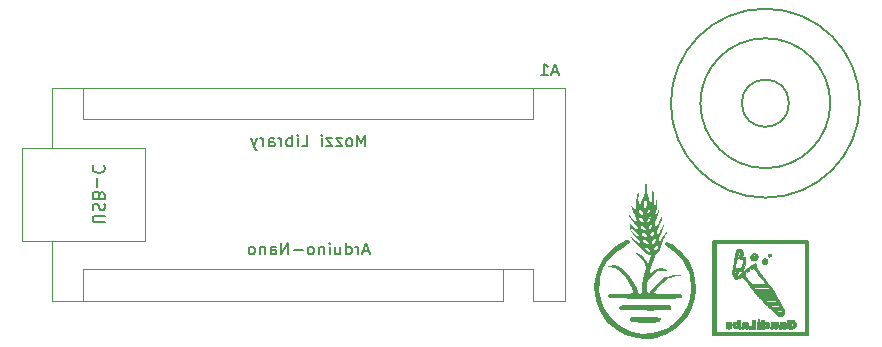
<source format=gbr>
%TF.GenerationSoftware,KiCad,Pcbnew,6.0.11-2627ca5db0~126~ubuntu22.04.1*%
%TF.CreationDate,2024-02-02T16:35:15+01:00*%
%TF.ProjectId,GrooveBox,47726f6f-7665-4426-9f78-2e6b69636164,rev?*%
%TF.SameCoordinates,Original*%
%TF.FileFunction,Legend,Bot*%
%TF.FilePolarity,Positive*%
%FSLAX46Y46*%
G04 Gerber Fmt 4.6, Leading zero omitted, Abs format (unit mm)*
G04 Created by KiCad (PCBNEW 6.0.11-2627ca5db0~126~ubuntu22.04.1) date 2024-02-02 16:35:15*
%MOMM*%
%LPD*%
G01*
G04 APERTURE LIST*
%ADD10C,0.150000*%
%ADD11C,0.010000*%
%ADD12C,0.120000*%
G04 APERTURE END LIST*
D10*
X103611904Y-96152380D02*
X103611904Y-95152380D01*
X103278571Y-95866666D01*
X102945238Y-95152380D01*
X102945238Y-96152380D01*
X102326190Y-96152380D02*
X102421428Y-96104761D01*
X102469047Y-96057142D01*
X102516666Y-95961904D01*
X102516666Y-95676190D01*
X102469047Y-95580952D01*
X102421428Y-95533333D01*
X102326190Y-95485714D01*
X102183333Y-95485714D01*
X102088095Y-95533333D01*
X102040476Y-95580952D01*
X101992857Y-95676190D01*
X101992857Y-95961904D01*
X102040476Y-96057142D01*
X102088095Y-96104761D01*
X102183333Y-96152380D01*
X102326190Y-96152380D01*
X101659523Y-95485714D02*
X101135714Y-95485714D01*
X101659523Y-96152380D01*
X101135714Y-96152380D01*
X100850000Y-95485714D02*
X100326190Y-95485714D01*
X100850000Y-96152380D01*
X100326190Y-96152380D01*
X99945238Y-96152380D02*
X99945238Y-95485714D01*
X99945238Y-95152380D02*
X99992857Y-95200000D01*
X99945238Y-95247619D01*
X99897619Y-95200000D01*
X99945238Y-95152380D01*
X99945238Y-95247619D01*
X98230952Y-96152380D02*
X98707142Y-96152380D01*
X98707142Y-95152380D01*
X97897619Y-96152380D02*
X97897619Y-95485714D01*
X97897619Y-95152380D02*
X97945238Y-95200000D01*
X97897619Y-95247619D01*
X97850000Y-95200000D01*
X97897619Y-95152380D01*
X97897619Y-95247619D01*
X97421428Y-96152380D02*
X97421428Y-95152380D01*
X97421428Y-95533333D02*
X97326190Y-95485714D01*
X97135714Y-95485714D01*
X97040476Y-95533333D01*
X96992857Y-95580952D01*
X96945238Y-95676190D01*
X96945238Y-95961904D01*
X96992857Y-96057142D01*
X97040476Y-96104761D01*
X97135714Y-96152380D01*
X97326190Y-96152380D01*
X97421428Y-96104761D01*
X96516666Y-96152380D02*
X96516666Y-95485714D01*
X96516666Y-95676190D02*
X96469047Y-95580952D01*
X96421428Y-95533333D01*
X96326190Y-95485714D01*
X96230952Y-95485714D01*
X95469047Y-96152380D02*
X95469047Y-95628571D01*
X95516666Y-95533333D01*
X95611904Y-95485714D01*
X95802380Y-95485714D01*
X95897619Y-95533333D01*
X95469047Y-96104761D02*
X95564285Y-96152380D01*
X95802380Y-96152380D01*
X95897619Y-96104761D01*
X95945238Y-96009523D01*
X95945238Y-95914285D01*
X95897619Y-95819047D01*
X95802380Y-95771428D01*
X95564285Y-95771428D01*
X95469047Y-95723809D01*
X94992857Y-96152380D02*
X94992857Y-95485714D01*
X94992857Y-95676190D02*
X94945238Y-95580952D01*
X94897619Y-95533333D01*
X94802380Y-95485714D01*
X94707142Y-95485714D01*
X94469047Y-95485714D02*
X94230952Y-96152380D01*
X93992857Y-95485714D02*
X94230952Y-96152380D01*
X94326190Y-96390476D01*
X94373809Y-96438095D01*
X94469047Y-96485714D01*
X103945238Y-105016666D02*
X103469047Y-105016666D01*
X104040476Y-105302380D02*
X103707142Y-104302380D01*
X103373809Y-105302380D01*
X103040476Y-105302380D02*
X103040476Y-104635714D01*
X103040476Y-104826190D02*
X102992857Y-104730952D01*
X102945238Y-104683333D01*
X102850000Y-104635714D01*
X102754761Y-104635714D01*
X101992857Y-105302380D02*
X101992857Y-104302380D01*
X101992857Y-105254761D02*
X102088095Y-105302380D01*
X102278571Y-105302380D01*
X102373809Y-105254761D01*
X102421428Y-105207142D01*
X102469047Y-105111904D01*
X102469047Y-104826190D01*
X102421428Y-104730952D01*
X102373809Y-104683333D01*
X102278571Y-104635714D01*
X102088095Y-104635714D01*
X101992857Y-104683333D01*
X101088095Y-104635714D02*
X101088095Y-105302380D01*
X101516666Y-104635714D02*
X101516666Y-105159523D01*
X101469047Y-105254761D01*
X101373809Y-105302380D01*
X101230952Y-105302380D01*
X101135714Y-105254761D01*
X101088095Y-105207142D01*
X100611904Y-105302380D02*
X100611904Y-104635714D01*
X100611904Y-104302380D02*
X100659523Y-104350000D01*
X100611904Y-104397619D01*
X100564285Y-104350000D01*
X100611904Y-104302380D01*
X100611904Y-104397619D01*
X100135714Y-104635714D02*
X100135714Y-105302380D01*
X100135714Y-104730952D02*
X100088095Y-104683333D01*
X99992857Y-104635714D01*
X99850000Y-104635714D01*
X99754761Y-104683333D01*
X99707142Y-104778571D01*
X99707142Y-105302380D01*
X99088095Y-105302380D02*
X99183333Y-105254761D01*
X99230952Y-105207142D01*
X99278571Y-105111904D01*
X99278571Y-104826190D01*
X99230952Y-104730952D01*
X99183333Y-104683333D01*
X99088095Y-104635714D01*
X98945238Y-104635714D01*
X98850000Y-104683333D01*
X98802380Y-104730952D01*
X98754761Y-104826190D01*
X98754761Y-105111904D01*
X98802380Y-105207142D01*
X98850000Y-105254761D01*
X98945238Y-105302380D01*
X99088095Y-105302380D01*
X98326190Y-104921428D02*
X97564285Y-104921428D01*
X97088095Y-105302380D02*
X97088095Y-104302380D01*
X96516666Y-105302380D01*
X96516666Y-104302380D01*
X95611904Y-105302380D02*
X95611904Y-104778571D01*
X95659523Y-104683333D01*
X95754761Y-104635714D01*
X95945238Y-104635714D01*
X96040476Y-104683333D01*
X95611904Y-105254761D02*
X95707142Y-105302380D01*
X95945238Y-105302380D01*
X96040476Y-105254761D01*
X96088095Y-105159523D01*
X96088095Y-105064285D01*
X96040476Y-104969047D01*
X95945238Y-104921428D01*
X95707142Y-104921428D01*
X95611904Y-104873809D01*
X95135714Y-104635714D02*
X95135714Y-105302380D01*
X95135714Y-104730952D02*
X95088095Y-104683333D01*
X94992857Y-104635714D01*
X94850000Y-104635714D01*
X94754761Y-104683333D01*
X94707142Y-104778571D01*
X94707142Y-105302380D01*
X94088095Y-105302380D02*
X94183333Y-105254761D01*
X94230952Y-105207142D01*
X94278571Y-105111904D01*
X94278571Y-104826190D01*
X94230952Y-104730952D01*
X94183333Y-104683333D01*
X94088095Y-104635714D01*
X93945238Y-104635714D01*
X93850000Y-104683333D01*
X93802380Y-104730952D01*
X93754761Y-104826190D01*
X93754761Y-105111904D01*
X93802380Y-105207142D01*
X93850000Y-105254761D01*
X93945238Y-105302380D01*
X94088095Y-105302380D01*
X133080000Y-104140000D02*
X141100000Y-104140000D01*
X141100000Y-104140000D02*
X141100000Y-112100000D01*
X141100000Y-112100000D02*
X133080000Y-112100000D01*
X133080000Y-112100000D02*
X133080000Y-104140000D01*
%TO.C,A1*%
X119944285Y-89856666D02*
X119468095Y-89856666D01*
X120039523Y-90142380D02*
X119706190Y-89142380D01*
X119372857Y-90142380D01*
X118515714Y-90142380D02*
X119087142Y-90142380D01*
X118801428Y-90142380D02*
X118801428Y-89142380D01*
X118896666Y-89285238D01*
X118991904Y-89380476D01*
X119087142Y-89428095D01*
X81567619Y-102580952D02*
X80758095Y-102580952D01*
X80662857Y-102533333D01*
X80615238Y-102485714D01*
X80567619Y-102390476D01*
X80567619Y-102200000D01*
X80615238Y-102104761D01*
X80662857Y-102057142D01*
X80758095Y-102009523D01*
X81567619Y-102009523D01*
X80615238Y-101580952D02*
X80567619Y-101438095D01*
X80567619Y-101200000D01*
X80615238Y-101104761D01*
X80662857Y-101057142D01*
X80758095Y-101009523D01*
X80853333Y-101009523D01*
X80948571Y-101057142D01*
X80996190Y-101104761D01*
X81043809Y-101200000D01*
X81091428Y-101390476D01*
X81139047Y-101485714D01*
X81186666Y-101533333D01*
X81281904Y-101580952D01*
X81377142Y-101580952D01*
X81472380Y-101533333D01*
X81520000Y-101485714D01*
X81567619Y-101390476D01*
X81567619Y-101152380D01*
X81520000Y-101009523D01*
X81091428Y-100247619D02*
X81043809Y-100104761D01*
X80996190Y-100057142D01*
X80900952Y-100009523D01*
X80758095Y-100009523D01*
X80662857Y-100057142D01*
X80615238Y-100104761D01*
X80567619Y-100200000D01*
X80567619Y-100580952D01*
X81567619Y-100580952D01*
X81567619Y-100247619D01*
X81520000Y-100152380D01*
X81472380Y-100104761D01*
X81377142Y-100057142D01*
X81281904Y-100057142D01*
X81186666Y-100104761D01*
X81139047Y-100152380D01*
X81091428Y-100247619D01*
X81091428Y-100580952D01*
X80948571Y-99580952D02*
X80948571Y-98819047D01*
X80662857Y-97771428D02*
X80615238Y-97819047D01*
X80567619Y-97961904D01*
X80567619Y-98057142D01*
X80615238Y-98200000D01*
X80710476Y-98295238D01*
X80805714Y-98342857D01*
X80996190Y-98390476D01*
X81139047Y-98390476D01*
X81329523Y-98342857D01*
X81424761Y-98295238D01*
X81520000Y-98200000D01*
X81567619Y-98057142D01*
X81567619Y-97961904D01*
X81520000Y-97819047D01*
X81472380Y-97771428D01*
%TO.C,G\u002A\u002A\u002A*%
G36*
X137965626Y-105346952D02*
G01*
X137967833Y-105386791D01*
X137957882Y-105415087D01*
X137930867Y-105446133D01*
X137887962Y-105476187D01*
X137837678Y-105487202D01*
X137789529Y-105477970D01*
X137748609Y-105451874D01*
X137720012Y-105412297D01*
X137708832Y-105362620D01*
X137712178Y-105345967D01*
X137768180Y-105345967D01*
X137776756Y-105388236D01*
X137779239Y-105393617D01*
X137803915Y-105414288D01*
X137839673Y-105420831D01*
X137875538Y-105413030D01*
X137900533Y-105390668D01*
X137908903Y-105371260D01*
X137909204Y-105336903D01*
X137885353Y-105315287D01*
X137838375Y-105307778D01*
X137817449Y-105308712D01*
X137781252Y-105320101D01*
X137768180Y-105345967D01*
X137712178Y-105345967D01*
X137720162Y-105306226D01*
X137734278Y-105280171D01*
X137772250Y-105244728D01*
X137818693Y-105229136D01*
X137867420Y-105232406D01*
X137912243Y-105253547D01*
X137946976Y-105291569D01*
X137962494Y-105336903D01*
X137965430Y-105345481D01*
X137965626Y-105346952D01*
G37*
D11*
X137965626Y-105346952D02*
X137967833Y-105386791D01*
X137957882Y-105415087D01*
X137930867Y-105446133D01*
X137887962Y-105476187D01*
X137837678Y-105487202D01*
X137789529Y-105477970D01*
X137748609Y-105451874D01*
X137720012Y-105412297D01*
X137708832Y-105362620D01*
X137712178Y-105345967D01*
X137768180Y-105345967D01*
X137776756Y-105388236D01*
X137779239Y-105393617D01*
X137803915Y-105414288D01*
X137839673Y-105420831D01*
X137875538Y-105413030D01*
X137900533Y-105390668D01*
X137908903Y-105371260D01*
X137909204Y-105336903D01*
X137885353Y-105315287D01*
X137838375Y-105307778D01*
X137817449Y-105308712D01*
X137781252Y-105320101D01*
X137768180Y-105345967D01*
X137712178Y-105345967D01*
X137720162Y-105306226D01*
X137734278Y-105280171D01*
X137772250Y-105244728D01*
X137818693Y-105229136D01*
X137867420Y-105232406D01*
X137912243Y-105253547D01*
X137946976Y-105291569D01*
X137962494Y-105336903D01*
X137965430Y-105345481D01*
X137965626Y-105346952D01*
G36*
X136813902Y-105631444D02*
G01*
X136766601Y-105708472D01*
X136697684Y-105768074D01*
X136607403Y-105809958D01*
X136574973Y-105816214D01*
X136512808Y-105815453D01*
X136446331Y-105803483D01*
X136387571Y-105781843D01*
X136322070Y-105738010D01*
X136267833Y-105675987D01*
X136234138Y-105604862D01*
X136220158Y-105528771D01*
X136220481Y-105523714D01*
X136329261Y-105523714D01*
X136329521Y-105525519D01*
X136336303Y-105546174D01*
X136349406Y-105579325D01*
X136369550Y-105627537D01*
X136529319Y-105627537D01*
X136598958Y-105627183D01*
X136647824Y-105624846D01*
X136679073Y-105618621D01*
X136697860Y-105606603D01*
X136709338Y-105586888D01*
X136718663Y-105557572D01*
X136730495Y-105516317D01*
X136529878Y-105516317D01*
X136499433Y-105516402D01*
X136432332Y-105517256D01*
X136378337Y-105518880D01*
X136342347Y-105521093D01*
X136329261Y-105523714D01*
X136220481Y-105523714D01*
X136225067Y-105451845D01*
X136238896Y-105407519D01*
X136357067Y-105407519D01*
X136357293Y-105408104D01*
X136373505Y-105412356D01*
X136411609Y-105415818D01*
X136466369Y-105418146D01*
X136532544Y-105418999D01*
X136708022Y-105418999D01*
X136688017Y-105388868D01*
X136649655Y-105349289D01*
X136591066Y-105320202D01*
X136524652Y-105310503D01*
X136458765Y-105322607D01*
X136430227Y-105336829D01*
X136395206Y-105361433D01*
X136368008Y-105387344D01*
X136357067Y-105407519D01*
X136238896Y-105407519D01*
X136248038Y-105378218D01*
X136288246Y-105312024D01*
X136344863Y-105257397D01*
X136417064Y-105218469D01*
X136504022Y-105199374D01*
X136521652Y-105198306D01*
X136610965Y-105207183D01*
X136689254Y-105241444D01*
X136758140Y-105301739D01*
X136762636Y-105306945D01*
X136811729Y-105382700D01*
X136823221Y-105418999D01*
X136837524Y-105464178D01*
X136837891Y-105516317D01*
X136838095Y-105545513D01*
X136813902Y-105631444D01*
G37*
X136813902Y-105631444D02*
X136766601Y-105708472D01*
X136697684Y-105768074D01*
X136607403Y-105809958D01*
X136574973Y-105816214D01*
X136512808Y-105815453D01*
X136446331Y-105803483D01*
X136387571Y-105781843D01*
X136322070Y-105738010D01*
X136267833Y-105675987D01*
X136234138Y-105604862D01*
X136220158Y-105528771D01*
X136220481Y-105523714D01*
X136329261Y-105523714D01*
X136329521Y-105525519D01*
X136336303Y-105546174D01*
X136349406Y-105579325D01*
X136369550Y-105627537D01*
X136529319Y-105627537D01*
X136598958Y-105627183D01*
X136647824Y-105624846D01*
X136679073Y-105618621D01*
X136697860Y-105606603D01*
X136709338Y-105586888D01*
X136718663Y-105557572D01*
X136730495Y-105516317D01*
X136529878Y-105516317D01*
X136499433Y-105516402D01*
X136432332Y-105517256D01*
X136378337Y-105518880D01*
X136342347Y-105521093D01*
X136329261Y-105523714D01*
X136220481Y-105523714D01*
X136225067Y-105451845D01*
X136238896Y-105407519D01*
X136357067Y-105407519D01*
X136357293Y-105408104D01*
X136373505Y-105412356D01*
X136411609Y-105415818D01*
X136466369Y-105418146D01*
X136532544Y-105418999D01*
X136708022Y-105418999D01*
X136688017Y-105388868D01*
X136649655Y-105349289D01*
X136591066Y-105320202D01*
X136524652Y-105310503D01*
X136458765Y-105322607D01*
X136430227Y-105336829D01*
X136395206Y-105361433D01*
X136368008Y-105387344D01*
X136357067Y-105407519D01*
X136238896Y-105407519D01*
X136248038Y-105378218D01*
X136288246Y-105312024D01*
X136344863Y-105257397D01*
X136417064Y-105218469D01*
X136504022Y-105199374D01*
X136521652Y-105198306D01*
X136610965Y-105207183D01*
X136689254Y-105241444D01*
X136758140Y-105301739D01*
X136762636Y-105306945D01*
X136811729Y-105382700D01*
X136823221Y-105418999D01*
X136837524Y-105464178D01*
X136837891Y-105516317D01*
X136838095Y-105545513D01*
X136813902Y-105631444D01*
G36*
X137627215Y-106041089D02*
G01*
X137584235Y-106086307D01*
X137524469Y-106119918D01*
X137492321Y-106131446D01*
X137413307Y-106139869D01*
X137333785Y-106120548D01*
X137280815Y-106093330D01*
X137237133Y-106053450D01*
X137203465Y-105995955D01*
X137193359Y-105968768D01*
X137293021Y-105968768D01*
X137308276Y-105987128D01*
X137343801Y-106013334D01*
X137362126Y-106024303D01*
X137423022Y-106042583D01*
X137483175Y-106034796D01*
X137503513Y-106023667D01*
X137532350Y-106001042D01*
X137556479Y-105976583D01*
X137566590Y-105958776D01*
X137560297Y-105955381D01*
X137531611Y-105951210D01*
X137485028Y-105948355D01*
X137426406Y-105947296D01*
X137385336Y-105947605D01*
X137329906Y-105950322D01*
X137299683Y-105956938D01*
X137293021Y-105968768D01*
X137193359Y-105968768D01*
X137188445Y-105955548D01*
X137178282Y-105877024D01*
X137185133Y-105839303D01*
X137283595Y-105839303D01*
X137292889Y-105845228D01*
X137316955Y-105848425D01*
X137360136Y-105849729D01*
X137426777Y-105849978D01*
X137579897Y-105849978D01*
X137563586Y-105814179D01*
X137531596Y-105772448D01*
X137484689Y-105747582D01*
X137430113Y-105740452D01*
X137374628Y-105750835D01*
X137324991Y-105778509D01*
X137287962Y-105823251D01*
X137284727Y-105829813D01*
X137283595Y-105839303D01*
X137185133Y-105839303D01*
X137191656Y-105803383D01*
X137225919Y-105738816D01*
X137278424Y-105687511D01*
X137346521Y-105653656D01*
X137427565Y-105641440D01*
X137491206Y-105647353D01*
X137553727Y-105672147D01*
X137610889Y-105720138D01*
X137648139Y-105771353D01*
X137674255Y-105845473D01*
X137674337Y-105849978D01*
X137675673Y-105923775D01*
X137664564Y-105958776D01*
X137651485Y-105999985D01*
X137627215Y-106041089D01*
G37*
X137627215Y-106041089D02*
X137584235Y-106086307D01*
X137524469Y-106119918D01*
X137492321Y-106131446D01*
X137413307Y-106139869D01*
X137333785Y-106120548D01*
X137280815Y-106093330D01*
X137237133Y-106053450D01*
X137203465Y-105995955D01*
X137193359Y-105968768D01*
X137293021Y-105968768D01*
X137308276Y-105987128D01*
X137343801Y-106013334D01*
X137362126Y-106024303D01*
X137423022Y-106042583D01*
X137483175Y-106034796D01*
X137503513Y-106023667D01*
X137532350Y-106001042D01*
X137556479Y-105976583D01*
X137566590Y-105958776D01*
X137560297Y-105955381D01*
X137531611Y-105951210D01*
X137485028Y-105948355D01*
X137426406Y-105947296D01*
X137385336Y-105947605D01*
X137329906Y-105950322D01*
X137299683Y-105956938D01*
X137293021Y-105968768D01*
X137193359Y-105968768D01*
X137188445Y-105955548D01*
X137178282Y-105877024D01*
X137185133Y-105839303D01*
X137283595Y-105839303D01*
X137292889Y-105845228D01*
X137316955Y-105848425D01*
X137360136Y-105849729D01*
X137426777Y-105849978D01*
X137579897Y-105849978D01*
X137563586Y-105814179D01*
X137531596Y-105772448D01*
X137484689Y-105747582D01*
X137430113Y-105740452D01*
X137374628Y-105750835D01*
X137324991Y-105778509D01*
X137287962Y-105823251D01*
X137284727Y-105829813D01*
X137283595Y-105839303D01*
X137185133Y-105839303D01*
X137191656Y-105803383D01*
X137225919Y-105738816D01*
X137278424Y-105687511D01*
X137346521Y-105653656D01*
X137427565Y-105641440D01*
X137491206Y-105647353D01*
X137553727Y-105672147D01*
X137610889Y-105720138D01*
X137648139Y-105771353D01*
X137674255Y-105845473D01*
X137674337Y-105849978D01*
X137675673Y-105923775D01*
X137664564Y-105958776D01*
X137651485Y-105999985D01*
X137627215Y-106041089D01*
G36*
X138001896Y-108095244D02*
G01*
X138073085Y-108220367D01*
X138195686Y-108435857D01*
X138308400Y-108633969D01*
X138435889Y-108858051D01*
X138559533Y-109075375D01*
X138561452Y-109078749D01*
X138678821Y-109285040D01*
X138804736Y-109506355D01*
X138931292Y-109728796D01*
X139046251Y-109930855D01*
X139121008Y-110062253D01*
X139109779Y-110149349D01*
X139108896Y-110156198D01*
X139102902Y-110205047D01*
X139098269Y-110247570D01*
X139097885Y-110252383D01*
X139096328Y-110271961D01*
X139088921Y-110292394D01*
X139068694Y-110327653D01*
X139040211Y-110369279D01*
X139008258Y-110409586D01*
X138977421Y-110437953D01*
X138939165Y-110459808D01*
X138883807Y-110482139D01*
X138874155Y-110485696D01*
X138825590Y-110502918D01*
X138788111Y-110515123D01*
X138769163Y-110519860D01*
X138767453Y-110519890D01*
X138724665Y-110515619D01*
X138669733Y-110504044D01*
X138612581Y-110487941D01*
X138563128Y-110470089D01*
X138531298Y-110453265D01*
X138510480Y-110435573D01*
X138469829Y-110398909D01*
X138413025Y-110346474D01*
X138342077Y-110280195D01*
X138311473Y-110251390D01*
X138650991Y-110251390D01*
X138659842Y-110264474D01*
X138682272Y-110285684D01*
X138707621Y-110303358D01*
X138727455Y-110310784D01*
X138758037Y-110304706D01*
X138799500Y-110291219D01*
X138838102Y-110274954D01*
X138861732Y-110260452D01*
X138865400Y-110252383D01*
X138853448Y-110246830D01*
X138821229Y-110243989D01*
X138764992Y-110243191D01*
X138746854Y-110243296D01*
X138697929Y-110244770D01*
X138663809Y-110247624D01*
X138650991Y-110251390D01*
X138311473Y-110251390D01*
X138258995Y-110201998D01*
X138165786Y-110113808D01*
X138097971Y-110049385D01*
X138421599Y-110049385D01*
X138484160Y-110104166D01*
X138546722Y-110158946D01*
X138737882Y-110159361D01*
X138760166Y-110159338D01*
X138826516Y-110158357D01*
X138880115Y-110156190D01*
X138915945Y-110153099D01*
X138928991Y-110149349D01*
X138928614Y-110147046D01*
X138919292Y-110125593D01*
X138901390Y-110093739D01*
X138873841Y-110048555D01*
X138421599Y-110049385D01*
X138097971Y-110049385D01*
X138064460Y-110017550D01*
X137957025Y-109915151D01*
X137863879Y-109826114D01*
X138186563Y-109826114D01*
X138240865Y-109881724D01*
X138295167Y-109937335D01*
X138549543Y-109937335D01*
X138627895Y-109937018D01*
X138698379Y-109936102D01*
X138754112Y-109934695D01*
X138790742Y-109932909D01*
X138803919Y-109930855D01*
X138803482Y-109928691D01*
X138795447Y-109908111D01*
X138780491Y-109875245D01*
X138757062Y-109826114D01*
X138186563Y-109826114D01*
X137863879Y-109826114D01*
X137845489Y-109808535D01*
X137731863Y-109699628D01*
X137647202Y-109618271D01*
X137962814Y-109618271D01*
X138021361Y-109673533D01*
X138079909Y-109728796D01*
X138693264Y-109728796D01*
X138664894Y-109673186D01*
X138636523Y-109617576D01*
X138299669Y-109617923D01*
X137962814Y-109618271D01*
X137647202Y-109618271D01*
X137618154Y-109590357D01*
X137506371Y-109482646D01*
X137415817Y-109395134D01*
X137715943Y-109395134D01*
X137776817Y-109450174D01*
X137837691Y-109505215D01*
X138568141Y-109506355D01*
X138539770Y-109450745D01*
X138511400Y-109395134D01*
X137715943Y-109395134D01*
X137415817Y-109395134D01*
X137398523Y-109378421D01*
X137296618Y-109279608D01*
X137202666Y-109188132D01*
X137202307Y-109187781D01*
X137490126Y-109187781D01*
X137552688Y-109242761D01*
X137615249Y-109297741D01*
X138028851Y-109297779D01*
X138038641Y-109297777D01*
X138150843Y-109297304D01*
X138248664Y-109296062D01*
X138329420Y-109294131D01*
X138390426Y-109291596D01*
X138428998Y-109288538D01*
X138442452Y-109285040D01*
X138442331Y-109283553D01*
X138434477Y-109261590D01*
X138418123Y-109229518D01*
X138393793Y-109186772D01*
X137941960Y-109187276D01*
X137490126Y-109187781D01*
X137202307Y-109187781D01*
X137118675Y-109105919D01*
X137046653Y-109034894D01*
X136988610Y-108976984D01*
X136976025Y-108964155D01*
X137255091Y-108964155D01*
X137363695Y-109075375D01*
X138332062Y-109075375D01*
X138268670Y-108964369D01*
X137761881Y-108964262D01*
X137255091Y-108964155D01*
X136976025Y-108964155D01*
X136946554Y-108934113D01*
X136925570Y-108910568D01*
X136888204Y-108866376D01*
X136836670Y-108804139D01*
X136796948Y-108755616D01*
X137032650Y-108755616D01*
X137086952Y-108811226D01*
X137141254Y-108866837D01*
X137673681Y-108866837D01*
X137696824Y-108866828D01*
X137813895Y-108866525D01*
X137921206Y-108865823D01*
X138015751Y-108864770D01*
X138094521Y-108863417D01*
X138154509Y-108861813D01*
X138192707Y-108860008D01*
X138206109Y-108858051D01*
X138205549Y-108855425D01*
X138195607Y-108834300D01*
X138177170Y-108802440D01*
X138148231Y-108755616D01*
X137032650Y-108755616D01*
X136796948Y-108755616D01*
X136772533Y-108725791D01*
X136697362Y-108633266D01*
X136622716Y-108540869D01*
X136871462Y-108540869D01*
X136872908Y-108544774D01*
X136886475Y-108565787D01*
X136909694Y-108596479D01*
X136947926Y-108644395D01*
X137514456Y-108644395D01*
X137566455Y-108644351D01*
X137685467Y-108643907D01*
X137794167Y-108643027D01*
X137889638Y-108641764D01*
X137968965Y-108640174D01*
X138029234Y-108638309D01*
X138067529Y-108636222D01*
X138080934Y-108633969D01*
X138080557Y-108631665D01*
X138071235Y-108610213D01*
X138053333Y-108578358D01*
X138025784Y-108533175D01*
X137448623Y-108533175D01*
X137387545Y-108533218D01*
X137267957Y-108533563D01*
X137158842Y-108534222D01*
X137063089Y-108535156D01*
X136983585Y-108536326D01*
X136923220Y-108537693D01*
X136884883Y-108539221D01*
X136871462Y-108540869D01*
X136622716Y-108540869D01*
X136612724Y-108528501D01*
X136520185Y-108413430D01*
X136466455Y-108346347D01*
X136722589Y-108346347D01*
X136724299Y-108356517D01*
X136733451Y-108369400D01*
X136747895Y-108385314D01*
X136765480Y-108404576D01*
X136792893Y-108435857D01*
X137970330Y-108435857D01*
X137941960Y-108380247D01*
X137913590Y-108324636D01*
X137307408Y-108324636D01*
X137234866Y-108324610D01*
X137099627Y-108324491D01*
X136989033Y-108324548D01*
X136900933Y-108325098D01*
X136833178Y-108326458D01*
X136783616Y-108328946D01*
X136750097Y-108332879D01*
X136730472Y-108338573D01*
X136722589Y-108346347D01*
X136466455Y-108346347D01*
X136421314Y-108289988D01*
X136317676Y-108160110D01*
X136275010Y-108106445D01*
X136537800Y-108106445D01*
X136539008Y-108109183D01*
X136551484Y-108128351D01*
X136573119Y-108158580D01*
X136608438Y-108206464D01*
X137231583Y-108213416D01*
X137854729Y-108220367D01*
X137757877Y-108102195D01*
X137147838Y-108102195D01*
X137058396Y-108102241D01*
X136937138Y-108102458D01*
X136826826Y-108102835D01*
X136730269Y-108103354D01*
X136650279Y-108103994D01*
X136589664Y-108104735D01*
X136551234Y-108105559D01*
X136537800Y-108106445D01*
X136275010Y-108106445D01*
X136210839Y-108025731D01*
X136203495Y-108016477D01*
X136106021Y-107893657D01*
X136368633Y-107893657D01*
X136456721Y-108004877D01*
X137067266Y-108004877D01*
X137157150Y-108004793D01*
X137278432Y-108004400D01*
X137388762Y-108003716D01*
X137485330Y-108002778D01*
X137565327Y-108001620D01*
X137625946Y-108000278D01*
X137664377Y-107998787D01*
X137677811Y-107997183D01*
X137676365Y-107993278D01*
X137662798Y-107972265D01*
X137639579Y-107941573D01*
X137601347Y-107893657D01*
X136368633Y-107893657D01*
X136106021Y-107893657D01*
X136099159Y-107885011D01*
X135999889Y-107759943D01*
X135907041Y-107642984D01*
X135821972Y-107535842D01*
X135746042Y-107440227D01*
X135680606Y-107357847D01*
X135627022Y-107290412D01*
X135586649Y-107239632D01*
X135560842Y-107207215D01*
X135550961Y-107194870D01*
X135548845Y-107194403D01*
X135526913Y-107200049D01*
X135484798Y-107215346D01*
X135426347Y-107238769D01*
X135355406Y-107268794D01*
X135275822Y-107303898D01*
X135009633Y-107423534D01*
X134912632Y-107343735D01*
X134896847Y-107330650D01*
X134854327Y-107293153D01*
X134828220Y-107264106D01*
X134813774Y-107237393D01*
X134806236Y-107206902D01*
X134796477Y-107170736D01*
X134775792Y-107117961D01*
X134749753Y-107065123D01*
X134702667Y-106980377D01*
X134715417Y-106857858D01*
X134876479Y-106857858D01*
X134880267Y-106886162D01*
X134905629Y-106904674D01*
X134914124Y-106908323D01*
X134964411Y-106919708D01*
X135002827Y-106909837D01*
X135005324Y-106905977D01*
X135012121Y-106878856D01*
X135019364Y-106830266D01*
X135026453Y-106764690D01*
X135032785Y-106686614D01*
X135035715Y-106645718D01*
X135041086Y-106576909D01*
X135046014Y-106521162D01*
X135050050Y-106483373D01*
X135052747Y-106468437D01*
X135053106Y-106468240D01*
X135070628Y-106467948D01*
X135109793Y-106470327D01*
X135165169Y-106474981D01*
X135231328Y-106481511D01*
X135237805Y-106482186D01*
X135303706Y-106488266D01*
X135358784Y-106491984D01*
X135397442Y-106493043D01*
X135414082Y-106491149D01*
X135418220Y-106484050D01*
X135431779Y-106454586D01*
X135452297Y-106406719D01*
X135477835Y-106345006D01*
X135506453Y-106274007D01*
X135589482Y-106065468D01*
X135582073Y-105882958D01*
X135574665Y-105700447D01*
X135402006Y-105660839D01*
X135394395Y-105659088D01*
X135328851Y-105643601D01*
X135273617Y-105629849D01*
X135234303Y-105619270D01*
X135216518Y-105613302D01*
X135216309Y-105600040D01*
X135223804Y-105564400D01*
X135238163Y-105510816D01*
X135258222Y-105443602D01*
X135282822Y-105367073D01*
X135287878Y-105351843D01*
X135314537Y-105270944D01*
X135333279Y-105211746D01*
X135344915Y-105170233D01*
X135350255Y-105142392D01*
X135350110Y-105124210D01*
X135345290Y-105111671D01*
X135336606Y-105100763D01*
X135334642Y-105098640D01*
X135306220Y-105080265D01*
X135267632Y-105081042D01*
X135265571Y-105081435D01*
X135235224Y-105087688D01*
X135221025Y-105091474D01*
X135219581Y-105095748D01*
X135212009Y-105122635D01*
X135198783Y-105171453D01*
X135180759Y-105238986D01*
X135158794Y-105322019D01*
X135133743Y-105417336D01*
X135106463Y-105521721D01*
X135076500Y-105637284D01*
X135050184Y-105741202D01*
X135028836Y-105829956D01*
X135011281Y-105909599D01*
X134996344Y-105986185D01*
X134982850Y-106065766D01*
X134969623Y-106154396D01*
X134955489Y-106258128D01*
X134939273Y-106383016D01*
X134932906Y-106432530D01*
X134919292Y-106537819D01*
X134906771Y-106633890D01*
X134895827Y-106717070D01*
X134886945Y-106783687D01*
X134880609Y-106830067D01*
X134877305Y-106852539D01*
X134876479Y-106857858D01*
X134715417Y-106857858D01*
X134757863Y-106449970D01*
X134813060Y-105919563D01*
X134968091Y-105386006D01*
X135123123Y-104852448D01*
X135222224Y-104838737D01*
X135242809Y-104835952D01*
X135289433Y-104831346D01*
X135323430Y-104833386D01*
X135355861Y-104843642D01*
X135397789Y-104863687D01*
X135401685Y-104865709D01*
X135450835Y-104896922D01*
X135505937Y-104939707D01*
X135555785Y-104985427D01*
X135637316Y-105068506D01*
X135627191Y-105196435D01*
X135617066Y-105324363D01*
X135557884Y-105315488D01*
X135498701Y-105306613D01*
X135483002Y-105368962D01*
X135478506Y-105387387D01*
X135470481Y-105424099D01*
X135467302Y-105444892D01*
X135470328Y-105451518D01*
X135493382Y-105466222D01*
X135532652Y-105480372D01*
X135580374Y-105491901D01*
X135628785Y-105498745D01*
X135670122Y-105498840D01*
X135682539Y-105497534D01*
X135717460Y-105497467D01*
X135741022Y-105509226D01*
X135765887Y-105537987D01*
X135771603Y-105545564D01*
X135782354Y-105561753D01*
X135790096Y-105579656D01*
X135795324Y-105603620D01*
X135798532Y-105637996D01*
X135800212Y-105687131D01*
X135800858Y-105755374D01*
X135800964Y-105847074D01*
X135800964Y-106110173D01*
X135698218Y-106399957D01*
X135671696Y-106474519D01*
X135643708Y-106551731D01*
X135621715Y-106609216D01*
X135603936Y-106650679D01*
X135588591Y-106679824D01*
X135573898Y-106700356D01*
X135558076Y-106715980D01*
X135539345Y-106730401D01*
X135483217Y-106771060D01*
X135437027Y-106743059D01*
X135410468Y-106731925D01*
X135367724Y-106720424D01*
X135317091Y-106710394D01*
X135265553Y-106702847D01*
X135220095Y-106698791D01*
X135187699Y-106699238D01*
X135175348Y-106705197D01*
X135175306Y-106705966D01*
X135172591Y-106725869D01*
X135166260Y-106766943D01*
X135157177Y-106823685D01*
X135146206Y-106890593D01*
X135135321Y-106953001D01*
X135121662Y-107016656D01*
X135107599Y-107059424D01*
X135091243Y-107085207D01*
X135070704Y-107097906D01*
X135044092Y-107101423D01*
X135004279Y-107107968D01*
X134988576Y-107127628D01*
X134996135Y-107161556D01*
X135002024Y-107174091D01*
X135016093Y-107194151D01*
X135033886Y-107193694D01*
X135064510Y-107174436D01*
X135095008Y-107159135D01*
X135124526Y-107154679D01*
X135145444Y-107150826D01*
X135182447Y-107134441D01*
X135225320Y-107109116D01*
X135267607Y-107078288D01*
X135292931Y-107051111D01*
X135300315Y-107026846D01*
X135723858Y-107026846D01*
X135727326Y-107048706D01*
X135747795Y-107075087D01*
X135796840Y-107138560D01*
X135852893Y-107211380D01*
X135913560Y-107290408D01*
X135976443Y-107372506D01*
X136039148Y-107454535D01*
X136099279Y-107533355D01*
X136154439Y-107605828D01*
X136202234Y-107668814D01*
X136240266Y-107719176D01*
X136266140Y-107753773D01*
X136277461Y-107769468D01*
X136277617Y-107769716D01*
X136282646Y-107776118D01*
X136290578Y-107781403D01*
X136303901Y-107785678D01*
X136325106Y-107789050D01*
X136356683Y-107791625D01*
X136401124Y-107793511D01*
X136460917Y-107794814D01*
X136538555Y-107795641D01*
X136636526Y-107796100D01*
X136757321Y-107796297D01*
X136903432Y-107796339D01*
X137028351Y-107796242D01*
X137158212Y-107795825D01*
X137263899Y-107795027D01*
X137347412Y-107793788D01*
X137410753Y-107792051D01*
X137455921Y-107789758D01*
X137484918Y-107786851D01*
X137499744Y-107783271D01*
X137502401Y-107778960D01*
X137499450Y-107774804D01*
X137481868Y-107751220D01*
X137450155Y-107709138D01*
X137406119Y-107650933D01*
X137351568Y-107578981D01*
X137288311Y-107495656D01*
X137218156Y-107403333D01*
X137142913Y-107304388D01*
X137064389Y-107201195D01*
X136984393Y-107096130D01*
X136904735Y-106991568D01*
X136827222Y-106889884D01*
X136753663Y-106793452D01*
X136685867Y-106704648D01*
X136625643Y-106625848D01*
X136574798Y-106559425D01*
X136535142Y-106507755D01*
X136508483Y-106473214D01*
X136496629Y-106458175D01*
X136481637Y-106457257D01*
X136448061Y-106465219D01*
X136403808Y-106480573D01*
X136386685Y-106487254D01*
X136347104Y-106501399D01*
X136321064Y-106505906D01*
X136299280Y-106501311D01*
X136272470Y-106488147D01*
X136249799Y-106476765D01*
X136211281Y-106464747D01*
X136179786Y-106470977D01*
X136145208Y-106496086D01*
X136141853Y-106499068D01*
X136119770Y-106523384D01*
X136112290Y-106549557D01*
X136115433Y-106590158D01*
X136118156Y-106611645D01*
X136117996Y-106636757D01*
X136108509Y-106656772D01*
X136085403Y-106678967D01*
X136044386Y-106710622D01*
X135965040Y-106770529D01*
X135911088Y-106746200D01*
X135890845Y-106737283D01*
X135863314Y-106729306D01*
X135840350Y-106734861D01*
X135808291Y-106755137D01*
X135790128Y-106768050D01*
X135766011Y-106792375D01*
X135761574Y-106819019D01*
X135773313Y-106858321D01*
X135774749Y-106862274D01*
X135779226Y-106889086D01*
X135771820Y-106919522D01*
X135750450Y-106963126D01*
X135737262Y-106988923D01*
X135723858Y-107026846D01*
X135300315Y-107026846D01*
X135300471Y-107026334D01*
X135305334Y-107013204D01*
X135330085Y-106981407D01*
X135373586Y-106936965D01*
X135433361Y-106881796D01*
X135506935Y-106817820D01*
X135591832Y-106746955D01*
X135685579Y-106671120D01*
X135785699Y-106592234D01*
X135889718Y-106512215D01*
X135995160Y-106432984D01*
X136099551Y-106356458D01*
X136200415Y-106284556D01*
X136295277Y-106219198D01*
X136381663Y-106162301D01*
X136457096Y-106115786D01*
X136519103Y-106081570D01*
X136590772Y-106045483D01*
X136638258Y-106104134D01*
X136669725Y-106143730D01*
X136690243Y-106174932D01*
X136696362Y-106199019D01*
X136689786Y-106223637D01*
X136672222Y-106256434D01*
X136638413Y-106315715D01*
X137320155Y-107205479D01*
X137759559Y-107778960D01*
X137926762Y-107997183D01*
X138001896Y-108095244D01*
G37*
X138001896Y-108095244D02*
X138073085Y-108220367D01*
X138195686Y-108435857D01*
X138308400Y-108633969D01*
X138435889Y-108858051D01*
X138559533Y-109075375D01*
X138561452Y-109078749D01*
X138678821Y-109285040D01*
X138804736Y-109506355D01*
X138931292Y-109728796D01*
X139046251Y-109930855D01*
X139121008Y-110062253D01*
X139109779Y-110149349D01*
X139108896Y-110156198D01*
X139102902Y-110205047D01*
X139098269Y-110247570D01*
X139097885Y-110252383D01*
X139096328Y-110271961D01*
X139088921Y-110292394D01*
X139068694Y-110327653D01*
X139040211Y-110369279D01*
X139008258Y-110409586D01*
X138977421Y-110437953D01*
X138939165Y-110459808D01*
X138883807Y-110482139D01*
X138874155Y-110485696D01*
X138825590Y-110502918D01*
X138788111Y-110515123D01*
X138769163Y-110519860D01*
X138767453Y-110519890D01*
X138724665Y-110515619D01*
X138669733Y-110504044D01*
X138612581Y-110487941D01*
X138563128Y-110470089D01*
X138531298Y-110453265D01*
X138510480Y-110435573D01*
X138469829Y-110398909D01*
X138413025Y-110346474D01*
X138342077Y-110280195D01*
X138311473Y-110251390D01*
X138650991Y-110251390D01*
X138659842Y-110264474D01*
X138682272Y-110285684D01*
X138707621Y-110303358D01*
X138727455Y-110310784D01*
X138758037Y-110304706D01*
X138799500Y-110291219D01*
X138838102Y-110274954D01*
X138861732Y-110260452D01*
X138865400Y-110252383D01*
X138853448Y-110246830D01*
X138821229Y-110243989D01*
X138764992Y-110243191D01*
X138746854Y-110243296D01*
X138697929Y-110244770D01*
X138663809Y-110247624D01*
X138650991Y-110251390D01*
X138311473Y-110251390D01*
X138258995Y-110201998D01*
X138165786Y-110113808D01*
X138097971Y-110049385D01*
X138421599Y-110049385D01*
X138484160Y-110104166D01*
X138546722Y-110158946D01*
X138737882Y-110159361D01*
X138760166Y-110159338D01*
X138826516Y-110158357D01*
X138880115Y-110156190D01*
X138915945Y-110153099D01*
X138928991Y-110149349D01*
X138928614Y-110147046D01*
X138919292Y-110125593D01*
X138901390Y-110093739D01*
X138873841Y-110048555D01*
X138421599Y-110049385D01*
X138097971Y-110049385D01*
X138064460Y-110017550D01*
X137957025Y-109915151D01*
X137863879Y-109826114D01*
X138186563Y-109826114D01*
X138240865Y-109881724D01*
X138295167Y-109937335D01*
X138549543Y-109937335D01*
X138627895Y-109937018D01*
X138698379Y-109936102D01*
X138754112Y-109934695D01*
X138790742Y-109932909D01*
X138803919Y-109930855D01*
X138803482Y-109928691D01*
X138795447Y-109908111D01*
X138780491Y-109875245D01*
X138757062Y-109826114D01*
X138186563Y-109826114D01*
X137863879Y-109826114D01*
X137845489Y-109808535D01*
X137731863Y-109699628D01*
X137647202Y-109618271D01*
X137962814Y-109618271D01*
X138021361Y-109673533D01*
X138079909Y-109728796D01*
X138693264Y-109728796D01*
X138664894Y-109673186D01*
X138636523Y-109617576D01*
X138299669Y-109617923D01*
X137962814Y-109618271D01*
X137647202Y-109618271D01*
X137618154Y-109590357D01*
X137506371Y-109482646D01*
X137415817Y-109395134D01*
X137715943Y-109395134D01*
X137776817Y-109450174D01*
X137837691Y-109505215D01*
X138568141Y-109506355D01*
X138539770Y-109450745D01*
X138511400Y-109395134D01*
X137715943Y-109395134D01*
X137415817Y-109395134D01*
X137398523Y-109378421D01*
X137296618Y-109279608D01*
X137202666Y-109188132D01*
X137202307Y-109187781D01*
X137490126Y-109187781D01*
X137552688Y-109242761D01*
X137615249Y-109297741D01*
X138028851Y-109297779D01*
X138038641Y-109297777D01*
X138150843Y-109297304D01*
X138248664Y-109296062D01*
X138329420Y-109294131D01*
X138390426Y-109291596D01*
X138428998Y-109288538D01*
X138442452Y-109285040D01*
X138442331Y-109283553D01*
X138434477Y-109261590D01*
X138418123Y-109229518D01*
X138393793Y-109186772D01*
X137941960Y-109187276D01*
X137490126Y-109187781D01*
X137202307Y-109187781D01*
X137118675Y-109105919D01*
X137046653Y-109034894D01*
X136988610Y-108976984D01*
X136976025Y-108964155D01*
X137255091Y-108964155D01*
X137363695Y-109075375D01*
X138332062Y-109075375D01*
X138268670Y-108964369D01*
X137761881Y-108964262D01*
X137255091Y-108964155D01*
X136976025Y-108964155D01*
X136946554Y-108934113D01*
X136925570Y-108910568D01*
X136888204Y-108866376D01*
X136836670Y-108804139D01*
X136796948Y-108755616D01*
X137032650Y-108755616D01*
X137086952Y-108811226D01*
X137141254Y-108866837D01*
X137673681Y-108866837D01*
X137696824Y-108866828D01*
X137813895Y-108866525D01*
X137921206Y-108865823D01*
X138015751Y-108864770D01*
X138094521Y-108863417D01*
X138154509Y-108861813D01*
X138192707Y-108860008D01*
X138206109Y-108858051D01*
X138205549Y-108855425D01*
X138195607Y-108834300D01*
X138177170Y-108802440D01*
X138148231Y-108755616D01*
X137032650Y-108755616D01*
X136796948Y-108755616D01*
X136772533Y-108725791D01*
X136697362Y-108633266D01*
X136622716Y-108540869D01*
X136871462Y-108540869D01*
X136872908Y-108544774D01*
X136886475Y-108565787D01*
X136909694Y-108596479D01*
X136947926Y-108644395D01*
X137514456Y-108644395D01*
X137566455Y-108644351D01*
X137685467Y-108643907D01*
X137794167Y-108643027D01*
X137889638Y-108641764D01*
X137968965Y-108640174D01*
X138029234Y-108638309D01*
X138067529Y-108636222D01*
X138080934Y-108633969D01*
X138080557Y-108631665D01*
X138071235Y-108610213D01*
X138053333Y-108578358D01*
X138025784Y-108533175D01*
X137448623Y-108533175D01*
X137387545Y-108533218D01*
X137267957Y-108533563D01*
X137158842Y-108534222D01*
X137063089Y-108535156D01*
X136983585Y-108536326D01*
X136923220Y-108537693D01*
X136884883Y-108539221D01*
X136871462Y-108540869D01*
X136622716Y-108540869D01*
X136612724Y-108528501D01*
X136520185Y-108413430D01*
X136466455Y-108346347D01*
X136722589Y-108346347D01*
X136724299Y-108356517D01*
X136733451Y-108369400D01*
X136747895Y-108385314D01*
X136765480Y-108404576D01*
X136792893Y-108435857D01*
X137970330Y-108435857D01*
X137941960Y-108380247D01*
X137913590Y-108324636D01*
X137307408Y-108324636D01*
X137234866Y-108324610D01*
X137099627Y-108324491D01*
X136989033Y-108324548D01*
X136900933Y-108325098D01*
X136833178Y-108326458D01*
X136783616Y-108328946D01*
X136750097Y-108332879D01*
X136730472Y-108338573D01*
X136722589Y-108346347D01*
X136466455Y-108346347D01*
X136421314Y-108289988D01*
X136317676Y-108160110D01*
X136275010Y-108106445D01*
X136537800Y-108106445D01*
X136539008Y-108109183D01*
X136551484Y-108128351D01*
X136573119Y-108158580D01*
X136608438Y-108206464D01*
X137231583Y-108213416D01*
X137854729Y-108220367D01*
X137757877Y-108102195D01*
X137147838Y-108102195D01*
X137058396Y-108102241D01*
X136937138Y-108102458D01*
X136826826Y-108102835D01*
X136730269Y-108103354D01*
X136650279Y-108103994D01*
X136589664Y-108104735D01*
X136551234Y-108105559D01*
X136537800Y-108106445D01*
X136275010Y-108106445D01*
X136210839Y-108025731D01*
X136203495Y-108016477D01*
X136106021Y-107893657D01*
X136368633Y-107893657D01*
X136456721Y-108004877D01*
X137067266Y-108004877D01*
X137157150Y-108004793D01*
X137278432Y-108004400D01*
X137388762Y-108003716D01*
X137485330Y-108002778D01*
X137565327Y-108001620D01*
X137625946Y-108000278D01*
X137664377Y-107998787D01*
X137677811Y-107997183D01*
X137676365Y-107993278D01*
X137662798Y-107972265D01*
X137639579Y-107941573D01*
X137601347Y-107893657D01*
X136368633Y-107893657D01*
X136106021Y-107893657D01*
X136099159Y-107885011D01*
X135999889Y-107759943D01*
X135907041Y-107642984D01*
X135821972Y-107535842D01*
X135746042Y-107440227D01*
X135680606Y-107357847D01*
X135627022Y-107290412D01*
X135586649Y-107239632D01*
X135560842Y-107207215D01*
X135550961Y-107194870D01*
X135548845Y-107194403D01*
X135526913Y-107200049D01*
X135484798Y-107215346D01*
X135426347Y-107238769D01*
X135355406Y-107268794D01*
X135275822Y-107303898D01*
X135009633Y-107423534D01*
X134912632Y-107343735D01*
X134896847Y-107330650D01*
X134854327Y-107293153D01*
X134828220Y-107264106D01*
X134813774Y-107237393D01*
X134806236Y-107206902D01*
X134796477Y-107170736D01*
X134775792Y-107117961D01*
X134749753Y-107065123D01*
X134702667Y-106980377D01*
X134715417Y-106857858D01*
X134876479Y-106857858D01*
X134880267Y-106886162D01*
X134905629Y-106904674D01*
X134914124Y-106908323D01*
X134964411Y-106919708D01*
X135002827Y-106909837D01*
X135005324Y-106905977D01*
X135012121Y-106878856D01*
X135019364Y-106830266D01*
X135026453Y-106764690D01*
X135032785Y-106686614D01*
X135035715Y-106645718D01*
X135041086Y-106576909D01*
X135046014Y-106521162D01*
X135050050Y-106483373D01*
X135052747Y-106468437D01*
X135053106Y-106468240D01*
X135070628Y-106467948D01*
X135109793Y-106470327D01*
X135165169Y-106474981D01*
X135231328Y-106481511D01*
X135237805Y-106482186D01*
X135303706Y-106488266D01*
X135358784Y-106491984D01*
X135397442Y-106493043D01*
X135414082Y-106491149D01*
X135418220Y-106484050D01*
X135431779Y-106454586D01*
X135452297Y-106406719D01*
X135477835Y-106345006D01*
X135506453Y-106274007D01*
X135589482Y-106065468D01*
X135582073Y-105882958D01*
X135574665Y-105700447D01*
X135402006Y-105660839D01*
X135394395Y-105659088D01*
X135328851Y-105643601D01*
X135273617Y-105629849D01*
X135234303Y-105619270D01*
X135216518Y-105613302D01*
X135216309Y-105600040D01*
X135223804Y-105564400D01*
X135238163Y-105510816D01*
X135258222Y-105443602D01*
X135282822Y-105367073D01*
X135287878Y-105351843D01*
X135314537Y-105270944D01*
X135333279Y-105211746D01*
X135344915Y-105170233D01*
X135350255Y-105142392D01*
X135350110Y-105124210D01*
X135345290Y-105111671D01*
X135336606Y-105100763D01*
X135334642Y-105098640D01*
X135306220Y-105080265D01*
X135267632Y-105081042D01*
X135265571Y-105081435D01*
X135235224Y-105087688D01*
X135221025Y-105091474D01*
X135219581Y-105095748D01*
X135212009Y-105122635D01*
X135198783Y-105171453D01*
X135180759Y-105238986D01*
X135158794Y-105322019D01*
X135133743Y-105417336D01*
X135106463Y-105521721D01*
X135076500Y-105637284D01*
X135050184Y-105741202D01*
X135028836Y-105829956D01*
X135011281Y-105909599D01*
X134996344Y-105986185D01*
X134982850Y-106065766D01*
X134969623Y-106154396D01*
X134955489Y-106258128D01*
X134939273Y-106383016D01*
X134932906Y-106432530D01*
X134919292Y-106537819D01*
X134906771Y-106633890D01*
X134895827Y-106717070D01*
X134886945Y-106783687D01*
X134880609Y-106830067D01*
X134877305Y-106852539D01*
X134876479Y-106857858D01*
X134715417Y-106857858D01*
X134757863Y-106449970D01*
X134813060Y-105919563D01*
X134968091Y-105386006D01*
X135123123Y-104852448D01*
X135222224Y-104838737D01*
X135242809Y-104835952D01*
X135289433Y-104831346D01*
X135323430Y-104833386D01*
X135355861Y-104843642D01*
X135397789Y-104863687D01*
X135401685Y-104865709D01*
X135450835Y-104896922D01*
X135505937Y-104939707D01*
X135555785Y-104985427D01*
X135637316Y-105068506D01*
X135627191Y-105196435D01*
X135617066Y-105324363D01*
X135557884Y-105315488D01*
X135498701Y-105306613D01*
X135483002Y-105368962D01*
X135478506Y-105387387D01*
X135470481Y-105424099D01*
X135467302Y-105444892D01*
X135470328Y-105451518D01*
X135493382Y-105466222D01*
X135532652Y-105480372D01*
X135580374Y-105491901D01*
X135628785Y-105498745D01*
X135670122Y-105498840D01*
X135682539Y-105497534D01*
X135717460Y-105497467D01*
X135741022Y-105509226D01*
X135765887Y-105537987D01*
X135771603Y-105545564D01*
X135782354Y-105561753D01*
X135790096Y-105579656D01*
X135795324Y-105603620D01*
X135798532Y-105637996D01*
X135800212Y-105687131D01*
X135800858Y-105755374D01*
X135800964Y-105847074D01*
X135800964Y-106110173D01*
X135698218Y-106399957D01*
X135671696Y-106474519D01*
X135643708Y-106551731D01*
X135621715Y-106609216D01*
X135603936Y-106650679D01*
X135588591Y-106679824D01*
X135573898Y-106700356D01*
X135558076Y-106715980D01*
X135539345Y-106730401D01*
X135483217Y-106771060D01*
X135437027Y-106743059D01*
X135410468Y-106731925D01*
X135367724Y-106720424D01*
X135317091Y-106710394D01*
X135265553Y-106702847D01*
X135220095Y-106698791D01*
X135187699Y-106699238D01*
X135175348Y-106705197D01*
X135175306Y-106705966D01*
X135172591Y-106725869D01*
X135166260Y-106766943D01*
X135157177Y-106823685D01*
X135146206Y-106890593D01*
X135135321Y-106953001D01*
X135121662Y-107016656D01*
X135107599Y-107059424D01*
X135091243Y-107085207D01*
X135070704Y-107097906D01*
X135044092Y-107101423D01*
X135004279Y-107107968D01*
X134988576Y-107127628D01*
X134996135Y-107161556D01*
X135002024Y-107174091D01*
X135016093Y-107194151D01*
X135033886Y-107193694D01*
X135064510Y-107174436D01*
X135095008Y-107159135D01*
X135124526Y-107154679D01*
X135145444Y-107150826D01*
X135182447Y-107134441D01*
X135225320Y-107109116D01*
X135267607Y-107078288D01*
X135292931Y-107051111D01*
X135300315Y-107026846D01*
X135723858Y-107026846D01*
X135727326Y-107048706D01*
X135747795Y-107075087D01*
X135796840Y-107138560D01*
X135852893Y-107211380D01*
X135913560Y-107290408D01*
X135976443Y-107372506D01*
X136039148Y-107454535D01*
X136099279Y-107533355D01*
X136154439Y-107605828D01*
X136202234Y-107668814D01*
X136240266Y-107719176D01*
X136266140Y-107753773D01*
X136277461Y-107769468D01*
X136277617Y-107769716D01*
X136282646Y-107776118D01*
X136290578Y-107781403D01*
X136303901Y-107785678D01*
X136325106Y-107789050D01*
X136356683Y-107791625D01*
X136401124Y-107793511D01*
X136460917Y-107794814D01*
X136538555Y-107795641D01*
X136636526Y-107796100D01*
X136757321Y-107796297D01*
X136903432Y-107796339D01*
X137028351Y-107796242D01*
X137158212Y-107795825D01*
X137263899Y-107795027D01*
X137347412Y-107793788D01*
X137410753Y-107792051D01*
X137455921Y-107789758D01*
X137484918Y-107786851D01*
X137499744Y-107783271D01*
X137502401Y-107778960D01*
X137499450Y-107774804D01*
X137481868Y-107751220D01*
X137450155Y-107709138D01*
X137406119Y-107650933D01*
X137351568Y-107578981D01*
X137288311Y-107495656D01*
X137218156Y-107403333D01*
X137142913Y-107304388D01*
X137064389Y-107201195D01*
X136984393Y-107096130D01*
X136904735Y-106991568D01*
X136827222Y-106889884D01*
X136753663Y-106793452D01*
X136685867Y-106704648D01*
X136625643Y-106625848D01*
X136574798Y-106559425D01*
X136535142Y-106507755D01*
X136508483Y-106473214D01*
X136496629Y-106458175D01*
X136481637Y-106457257D01*
X136448061Y-106465219D01*
X136403808Y-106480573D01*
X136386685Y-106487254D01*
X136347104Y-106501399D01*
X136321064Y-106505906D01*
X136299280Y-106501311D01*
X136272470Y-106488147D01*
X136249799Y-106476765D01*
X136211281Y-106464747D01*
X136179786Y-106470977D01*
X136145208Y-106496086D01*
X136141853Y-106499068D01*
X136119770Y-106523384D01*
X136112290Y-106549557D01*
X136115433Y-106590158D01*
X136118156Y-106611645D01*
X136117996Y-106636757D01*
X136108509Y-106656772D01*
X136085403Y-106678967D01*
X136044386Y-106710622D01*
X135965040Y-106770529D01*
X135911088Y-106746200D01*
X135890845Y-106737283D01*
X135863314Y-106729306D01*
X135840350Y-106734861D01*
X135808291Y-106755137D01*
X135790128Y-106768050D01*
X135766011Y-106792375D01*
X135761574Y-106819019D01*
X135773313Y-106858321D01*
X135774749Y-106862274D01*
X135779226Y-106889086D01*
X135771820Y-106919522D01*
X135750450Y-106963126D01*
X135737262Y-106988923D01*
X135723858Y-107026846D01*
X135300315Y-107026846D01*
X135300471Y-107026334D01*
X135305334Y-107013204D01*
X135330085Y-106981407D01*
X135373586Y-106936965D01*
X135433361Y-106881796D01*
X135506935Y-106817820D01*
X135591832Y-106746955D01*
X135685579Y-106671120D01*
X135785699Y-106592234D01*
X135889718Y-106512215D01*
X135995160Y-106432984D01*
X136099551Y-106356458D01*
X136200415Y-106284556D01*
X136295277Y-106219198D01*
X136381663Y-106162301D01*
X136457096Y-106115786D01*
X136519103Y-106081570D01*
X136590772Y-106045483D01*
X136638258Y-106104134D01*
X136669725Y-106143730D01*
X136690243Y-106174932D01*
X136696362Y-106199019D01*
X136689786Y-106223637D01*
X136672222Y-106256434D01*
X136638413Y-106315715D01*
X137320155Y-107205479D01*
X137759559Y-107778960D01*
X137926762Y-107997183D01*
X138001896Y-108095244D01*
G36*
X136935240Y-110807556D02*
G01*
X136964155Y-110829309D01*
X136980310Y-110863321D01*
X136980038Y-110902737D01*
X136959674Y-110940701D01*
X136944297Y-110954374D01*
X136906844Y-110965012D01*
X136866154Y-110948192D01*
X136861887Y-110944730D01*
X136847448Y-110918916D01*
X136846119Y-110875457D01*
X136850042Y-110846666D01*
X136862462Y-110821664D01*
X136888419Y-110807439D01*
X136897230Y-110804917D01*
X136935240Y-110807556D01*
G37*
X136935240Y-110807556D02*
X136964155Y-110829309D01*
X136980310Y-110863321D01*
X136980038Y-110902737D01*
X136959674Y-110940701D01*
X136944297Y-110954374D01*
X136906844Y-110965012D01*
X136866154Y-110948192D01*
X136861887Y-110944730D01*
X136847448Y-110918916D01*
X136846119Y-110875457D01*
X136850042Y-110846666D01*
X136862462Y-110821664D01*
X136888419Y-110807439D01*
X136897230Y-110804917D01*
X136935240Y-110807556D01*
G36*
X135120893Y-111575534D02*
G01*
X134885705Y-111570887D01*
X134825463Y-111528993D01*
X134817396Y-111523151D01*
X134759754Y-111463697D01*
X134721561Y-111390519D01*
X134703469Y-111309572D01*
X134704965Y-111263038D01*
X134929932Y-111263038D01*
X134932637Y-111306896D01*
X134959226Y-111349078D01*
X134981338Y-111367323D01*
X135014569Y-111379864D01*
X135063495Y-111383202D01*
X135133640Y-111383202D01*
X135133640Y-111287372D01*
X135133341Y-111258183D01*
X135129307Y-111213370D01*
X135117488Y-111188190D01*
X135094041Y-111177126D01*
X135055125Y-111174664D01*
X135035172Y-111175868D01*
X134984194Y-111192078D01*
X134948115Y-111222950D01*
X134929932Y-111263038D01*
X134704965Y-111263038D01*
X134706130Y-111226810D01*
X134730194Y-111148187D01*
X134776312Y-111079658D01*
X134796266Y-111060930D01*
X134863136Y-111020220D01*
X134942471Y-110994954D01*
X135025227Y-110987352D01*
X135102359Y-110999633D01*
X135108340Y-111001487D01*
X135122604Y-111003059D01*
X135130156Y-110993423D01*
X135133124Y-110967049D01*
X135133640Y-110918403D01*
X135133640Y-110827099D01*
X135356081Y-110827099D01*
X135356081Y-111580182D01*
X135120893Y-111575534D01*
G37*
X135120893Y-111575534D02*
X134885705Y-111570887D01*
X134825463Y-111528993D01*
X134817396Y-111523151D01*
X134759754Y-111463697D01*
X134721561Y-111390519D01*
X134703469Y-111309572D01*
X134704965Y-111263038D01*
X134929932Y-111263038D01*
X134932637Y-111306896D01*
X134959226Y-111349078D01*
X134981338Y-111367323D01*
X135014569Y-111379864D01*
X135063495Y-111383202D01*
X135133640Y-111383202D01*
X135133640Y-111287372D01*
X135133341Y-111258183D01*
X135129307Y-111213370D01*
X135117488Y-111188190D01*
X135094041Y-111177126D01*
X135055125Y-111174664D01*
X135035172Y-111175868D01*
X134984194Y-111192078D01*
X134948115Y-111222950D01*
X134929932Y-111263038D01*
X134704965Y-111263038D01*
X134706130Y-111226810D01*
X134730194Y-111148187D01*
X134776312Y-111079658D01*
X134796266Y-111060930D01*
X134863136Y-111020220D01*
X134942471Y-110994954D01*
X135025227Y-110987352D01*
X135102359Y-110999633D01*
X135108340Y-111001487D01*
X135122604Y-111003059D01*
X135130156Y-110993423D01*
X135133124Y-110967049D01*
X135133640Y-110918403D01*
X135133640Y-110827099D01*
X135356081Y-110827099D01*
X135356081Y-111580182D01*
X135120893Y-111575534D01*
G36*
X136649021Y-111577838D02*
G01*
X136106820Y-111577838D01*
X136106820Y-111383202D01*
X136398774Y-111383202D01*
X136398774Y-110827099D01*
X136649021Y-110827099D01*
X136649021Y-111577838D01*
G37*
X136649021Y-111577838D02*
X136106820Y-111577838D01*
X136106820Y-111383202D01*
X136398774Y-111383202D01*
X136398774Y-110827099D01*
X136649021Y-110827099D01*
X136649021Y-111577838D01*
G36*
X137024390Y-111577838D02*
G01*
X136801949Y-111577838D01*
X136801949Y-110993930D01*
X137024390Y-110993930D01*
X137024390Y-111577838D01*
G37*
X137024390Y-111577838D02*
X136801949Y-111577838D01*
X136801949Y-110993930D01*
X137024390Y-110993930D01*
X137024390Y-111577838D01*
G36*
X137781228Y-111429382D02*
G01*
X137730816Y-111497028D01*
X137712090Y-111514086D01*
X137670166Y-111544322D01*
X137633164Y-111562145D01*
X137623424Y-111564220D01*
X137583542Y-111568755D01*
X137524758Y-111572560D01*
X137453308Y-111575286D01*
X137375430Y-111576584D01*
X137163416Y-111577838D01*
X137163416Y-111191885D01*
X137384662Y-111191885D01*
X137392808Y-111376251D01*
X137448418Y-111379127D01*
X137505597Y-111375504D01*
X137551666Y-111354041D01*
X137578431Y-111313628D01*
X137583957Y-111276939D01*
X137570459Y-111233852D01*
X137537760Y-111200840D01*
X137490698Y-111182295D01*
X137434111Y-111182608D01*
X137384662Y-111191885D01*
X137163416Y-111191885D01*
X137163416Y-110827099D01*
X137385857Y-110827099D01*
X137385857Y-110917731D01*
X137385845Y-110923830D01*
X137385779Y-110968664D01*
X137389895Y-110993381D01*
X137404036Y-111002078D01*
X137434046Y-110998854D01*
X137485766Y-110987808D01*
X137503282Y-110986064D01*
X137547520Y-110988063D01*
X137596987Y-110995698D01*
X137660615Y-111018002D01*
X137724737Y-111063441D01*
X137772944Y-111124471D01*
X137803966Y-111196335D01*
X137816534Y-111274279D01*
X137816293Y-111276939D01*
X137809378Y-111353547D01*
X137781228Y-111429382D01*
G37*
X137781228Y-111429382D02*
X137730816Y-111497028D01*
X137712090Y-111514086D01*
X137670166Y-111544322D01*
X137633164Y-111562145D01*
X137623424Y-111564220D01*
X137583542Y-111568755D01*
X137524758Y-111572560D01*
X137453308Y-111575286D01*
X137375430Y-111576584D01*
X137163416Y-111577838D01*
X137163416Y-111191885D01*
X137384662Y-111191885D01*
X137392808Y-111376251D01*
X137448418Y-111379127D01*
X137505597Y-111375504D01*
X137551666Y-111354041D01*
X137578431Y-111313628D01*
X137583957Y-111276939D01*
X137570459Y-111233852D01*
X137537760Y-111200840D01*
X137490698Y-111182295D01*
X137434111Y-111182608D01*
X137384662Y-111191885D01*
X137163416Y-111191885D01*
X137163416Y-110827099D01*
X137385857Y-110827099D01*
X137385857Y-110917731D01*
X137385845Y-110923830D01*
X137385779Y-110968664D01*
X137389895Y-110993381D01*
X137404036Y-111002078D01*
X137434046Y-110998854D01*
X137485766Y-110987808D01*
X137503282Y-110986064D01*
X137547520Y-110988063D01*
X137596987Y-110995698D01*
X137660615Y-111018002D01*
X137724737Y-111063441D01*
X137772944Y-111124471D01*
X137803966Y-111196335D01*
X137816534Y-111274279D01*
X137816293Y-111276939D01*
X137809378Y-111353547D01*
X137781228Y-111429382D01*
G36*
X134405060Y-110990761D02*
G01*
X134488907Y-111003068D01*
X134552223Y-111032762D01*
X134594242Y-111079341D01*
X134614202Y-111142304D01*
X134612396Y-111194463D01*
X134590267Y-111242286D01*
X134545097Y-111285990D01*
X134474545Y-111328697D01*
X134446841Y-111343384D01*
X134408484Y-111367091D01*
X134389628Y-111386105D01*
X134386008Y-111404056D01*
X134391153Y-111419637D01*
X134415708Y-111435363D01*
X134459925Y-111432755D01*
X134524173Y-111411760D01*
X134608818Y-111372326D01*
X134613634Y-111379349D01*
X134617687Y-111407476D01*
X134619245Y-111450407D01*
X134619245Y-111533831D01*
X134560159Y-111555345D01*
X134546425Y-111560180D01*
X134501375Y-111574190D01*
X134466317Y-111582625D01*
X134408990Y-111586289D01*
X134344207Y-111581706D01*
X134283716Y-111570338D01*
X134239141Y-111553666D01*
X134232121Y-111549182D01*
X134196884Y-111516154D01*
X134169093Y-111475300D01*
X134155738Y-111444494D01*
X134150340Y-111410222D01*
X134158433Y-111370585D01*
X134165683Y-111350018D01*
X134193612Y-111304111D01*
X134238802Y-111265051D01*
X134306437Y-111227841D01*
X134332789Y-111214406D01*
X134365680Y-111190435D01*
X134375950Y-111167506D01*
X134373968Y-111153819D01*
X134359912Y-111143135D01*
X134325940Y-111141305D01*
X134325581Y-111141315D01*
X134276891Y-111149085D01*
X134229962Y-111165634D01*
X134222840Y-111169154D01*
X134193300Y-111182969D01*
X134178484Y-111188566D01*
X134176506Y-111180559D01*
X134175773Y-111151544D01*
X134177145Y-111108628D01*
X134177558Y-111100752D01*
X134180916Y-111058787D01*
X134188594Y-111035161D01*
X134205596Y-111021609D01*
X134236924Y-111009866D01*
X134269037Y-111001840D01*
X134325054Y-110993795D01*
X134383114Y-110990441D01*
X134405060Y-110990761D01*
G37*
X134405060Y-110990761D02*
X134488907Y-111003068D01*
X134552223Y-111032762D01*
X134594242Y-111079341D01*
X134614202Y-111142304D01*
X134612396Y-111194463D01*
X134590267Y-111242286D01*
X134545097Y-111285990D01*
X134474545Y-111328697D01*
X134446841Y-111343384D01*
X134408484Y-111367091D01*
X134389628Y-111386105D01*
X134386008Y-111404056D01*
X134391153Y-111419637D01*
X134415708Y-111435363D01*
X134459925Y-111432755D01*
X134524173Y-111411760D01*
X134608818Y-111372326D01*
X134613634Y-111379349D01*
X134617687Y-111407476D01*
X134619245Y-111450407D01*
X134619245Y-111533831D01*
X134560159Y-111555345D01*
X134546425Y-111560180D01*
X134501375Y-111574190D01*
X134466317Y-111582625D01*
X134408990Y-111586289D01*
X134344207Y-111581706D01*
X134283716Y-111570338D01*
X134239141Y-111553666D01*
X134232121Y-111549182D01*
X134196884Y-111516154D01*
X134169093Y-111475300D01*
X134155738Y-111444494D01*
X134150340Y-111410222D01*
X134158433Y-111370585D01*
X134165683Y-111350018D01*
X134193612Y-111304111D01*
X134238802Y-111265051D01*
X134306437Y-111227841D01*
X134332789Y-111214406D01*
X134365680Y-111190435D01*
X134375950Y-111167506D01*
X134373968Y-111153819D01*
X134359912Y-111143135D01*
X134325940Y-111141305D01*
X134325581Y-111141315D01*
X134276891Y-111149085D01*
X134229962Y-111165634D01*
X134222840Y-111169154D01*
X134193300Y-111182969D01*
X134178484Y-111188566D01*
X134176506Y-111180559D01*
X134175773Y-111151544D01*
X134177145Y-111108628D01*
X134177558Y-111100752D01*
X134180916Y-111058787D01*
X134188594Y-111035161D01*
X134205596Y-111021609D01*
X134236924Y-111009866D01*
X134269037Y-111001840D01*
X134325054Y-110993795D01*
X134383114Y-110990441D01*
X134405060Y-110990761D01*
G36*
X136039311Y-111503673D02*
G01*
X136003747Y-111548222D01*
X135945282Y-111578031D01*
X135903700Y-111584765D01*
X135842268Y-111583413D01*
X135779752Y-111573334D01*
X135729308Y-111555876D01*
X135707785Y-111545899D01*
X135683550Y-111543454D01*
X135656776Y-111557090D01*
X135643486Y-111564026D01*
X135601816Y-111577827D01*
X135553500Y-111587051D01*
X135483254Y-111595371D01*
X135467499Y-111534470D01*
X135463349Y-111518501D01*
X135452790Y-111478465D01*
X135445717Y-111452495D01*
X135448422Y-111436173D01*
X135470874Y-111417738D01*
X135472983Y-111416790D01*
X135486414Y-111408121D01*
X135491188Y-111400317D01*
X135717548Y-111400317D01*
X135720008Y-111440898D01*
X135730340Y-111463673D01*
X135752959Y-111478289D01*
X135805585Y-111493894D01*
X135846797Y-111487876D01*
X135872819Y-111460078D01*
X135879354Y-111424240D01*
X135862267Y-111394254D01*
X135820164Y-111368944D01*
X135751691Y-111347050D01*
X135739984Y-111344424D01*
X135724765Y-111346009D01*
X135718664Y-111362491D01*
X135717548Y-111400317D01*
X135491188Y-111400317D01*
X135495459Y-111393334D01*
X135501421Y-111367010D01*
X135505607Y-111323732D01*
X135509321Y-111258079D01*
X135510160Y-111242562D01*
X135516524Y-111167828D01*
X135525453Y-111112944D01*
X135536340Y-111081870D01*
X135574202Y-111042504D01*
X135635234Y-111010372D01*
X135709565Y-110992414D01*
X135791129Y-110989373D01*
X135873862Y-111001991D01*
X135951699Y-111031010D01*
X136030356Y-111071180D01*
X136034463Y-111164448D01*
X136038570Y-111257715D01*
X135971254Y-111215869D01*
X135945830Y-111201485D01*
X135884158Y-111176407D01*
X135824787Y-111164054D01*
X135774580Y-111165447D01*
X135740401Y-111181602D01*
X135726190Y-111200315D01*
X135721195Y-111220361D01*
X135728983Y-111226799D01*
X135758742Y-111241108D01*
X135805182Y-111259292D01*
X135862464Y-111278932D01*
X135879306Y-111284433D01*
X135951281Y-111311073D01*
X136000519Y-111337149D01*
X136030928Y-111366143D01*
X136046419Y-111401537D01*
X136048667Y-111424240D01*
X136050901Y-111446816D01*
X136039311Y-111503673D01*
G37*
X136039311Y-111503673D02*
X136003747Y-111548222D01*
X135945282Y-111578031D01*
X135903700Y-111584765D01*
X135842268Y-111583413D01*
X135779752Y-111573334D01*
X135729308Y-111555876D01*
X135707785Y-111545899D01*
X135683550Y-111543454D01*
X135656776Y-111557090D01*
X135643486Y-111564026D01*
X135601816Y-111577827D01*
X135553500Y-111587051D01*
X135483254Y-111595371D01*
X135467499Y-111534470D01*
X135463349Y-111518501D01*
X135452790Y-111478465D01*
X135445717Y-111452495D01*
X135448422Y-111436173D01*
X135470874Y-111417738D01*
X135472983Y-111416790D01*
X135486414Y-111408121D01*
X135491188Y-111400317D01*
X135717548Y-111400317D01*
X135720008Y-111440898D01*
X135730340Y-111463673D01*
X135752959Y-111478289D01*
X135805585Y-111493894D01*
X135846797Y-111487876D01*
X135872819Y-111460078D01*
X135879354Y-111424240D01*
X135862267Y-111394254D01*
X135820164Y-111368944D01*
X135751691Y-111347050D01*
X135739984Y-111344424D01*
X135724765Y-111346009D01*
X135718664Y-111362491D01*
X135717548Y-111400317D01*
X135491188Y-111400317D01*
X135495459Y-111393334D01*
X135501421Y-111367010D01*
X135505607Y-111323732D01*
X135509321Y-111258079D01*
X135510160Y-111242562D01*
X135516524Y-111167828D01*
X135525453Y-111112944D01*
X135536340Y-111081870D01*
X135574202Y-111042504D01*
X135635234Y-111010372D01*
X135709565Y-110992414D01*
X135791129Y-110989373D01*
X135873862Y-111001991D01*
X135951699Y-111031010D01*
X136030356Y-111071180D01*
X136034463Y-111164448D01*
X136038570Y-111257715D01*
X135971254Y-111215869D01*
X135945830Y-111201485D01*
X135884158Y-111176407D01*
X135824787Y-111164054D01*
X135774580Y-111165447D01*
X135740401Y-111181602D01*
X135726190Y-111200315D01*
X135721195Y-111220361D01*
X135728983Y-111226799D01*
X135758742Y-111241108D01*
X135805182Y-111259292D01*
X135862464Y-111278932D01*
X135879306Y-111284433D01*
X135951281Y-111311073D01*
X136000519Y-111337149D01*
X136030928Y-111366143D01*
X136046419Y-111401537D01*
X136048667Y-111424240D01*
X136050901Y-111446816D01*
X136039311Y-111503673D01*
G36*
X138192206Y-111173875D02*
G01*
X138192397Y-111239185D01*
X138193543Y-111293270D01*
X138196416Y-111328914D01*
X138201787Y-111351142D01*
X138210426Y-111364983D01*
X138223105Y-111375463D01*
X138255414Y-111392511D01*
X138292726Y-111392673D01*
X138323492Y-111366206D01*
X138327003Y-111360542D01*
X138335709Y-111336391D01*
X138341289Y-111298889D01*
X138344259Y-111243233D01*
X138345134Y-111164619D01*
X138345134Y-110993930D01*
X138567576Y-110993930D01*
X138567576Y-111215900D01*
X138566820Y-111306220D01*
X138563432Y-111385608D01*
X138556185Y-111444951D01*
X138543865Y-111488338D01*
X138525257Y-111519863D01*
X138499146Y-111543617D01*
X138464319Y-111563691D01*
X138450205Y-111570196D01*
X138407005Y-111585464D01*
X138372940Y-111591425D01*
X138345646Y-111586819D01*
X138298467Y-111570446D01*
X138247479Y-111546530D01*
X138203437Y-111519628D01*
X138190877Y-111512460D01*
X138173389Y-111515429D01*
X138151133Y-111539117D01*
X138117303Y-111568754D01*
X138058891Y-111587727D01*
X137984980Y-111585011D01*
X137958635Y-111579352D01*
X137936915Y-111567530D01*
X137920850Y-111543632D01*
X137903469Y-111500425D01*
X137890564Y-111464187D01*
X137883826Y-111438320D01*
X137886780Y-111427251D01*
X137899074Y-111424910D01*
X137902849Y-111424851D01*
X137922905Y-111420926D01*
X137937239Y-111408144D01*
X137946775Y-111382719D01*
X137952441Y-111340867D01*
X137955161Y-111278801D01*
X137955862Y-111192737D01*
X137955862Y-110993930D01*
X138192206Y-110993930D01*
X138192206Y-111173875D01*
G37*
X138192206Y-111173875D02*
X138192397Y-111239185D01*
X138193543Y-111293270D01*
X138196416Y-111328914D01*
X138201787Y-111351142D01*
X138210426Y-111364983D01*
X138223105Y-111375463D01*
X138255414Y-111392511D01*
X138292726Y-111392673D01*
X138323492Y-111366206D01*
X138327003Y-111360542D01*
X138335709Y-111336391D01*
X138341289Y-111298889D01*
X138344259Y-111243233D01*
X138345134Y-111164619D01*
X138345134Y-110993930D01*
X138567576Y-110993930D01*
X138567576Y-111215900D01*
X138566820Y-111306220D01*
X138563432Y-111385608D01*
X138556185Y-111444951D01*
X138543865Y-111488338D01*
X138525257Y-111519863D01*
X138499146Y-111543617D01*
X138464319Y-111563691D01*
X138450205Y-111570196D01*
X138407005Y-111585464D01*
X138372940Y-111591425D01*
X138345646Y-111586819D01*
X138298467Y-111570446D01*
X138247479Y-111546530D01*
X138203437Y-111519628D01*
X138190877Y-111512460D01*
X138173389Y-111515429D01*
X138151133Y-111539117D01*
X138117303Y-111568754D01*
X138058891Y-111587727D01*
X137984980Y-111585011D01*
X137958635Y-111579352D01*
X137936915Y-111567530D01*
X137920850Y-111543632D01*
X137903469Y-111500425D01*
X137890564Y-111464187D01*
X137883826Y-111438320D01*
X137886780Y-111427251D01*
X137899074Y-111424910D01*
X137902849Y-111424851D01*
X137922905Y-111420926D01*
X137937239Y-111408144D01*
X137946775Y-111382719D01*
X137952441Y-111340867D01*
X137955161Y-111278801D01*
X137955862Y-111192737D01*
X137955862Y-110993930D01*
X138192206Y-110993930D01*
X138192206Y-111173875D01*
G36*
X139223000Y-111503673D02*
G01*
X139187436Y-111548222D01*
X139128971Y-111578031D01*
X139087389Y-111584765D01*
X139025957Y-111583413D01*
X138963441Y-111573334D01*
X138912997Y-111555876D01*
X138891474Y-111545899D01*
X138867239Y-111543454D01*
X138840465Y-111557090D01*
X138827175Y-111564026D01*
X138785505Y-111577827D01*
X138737190Y-111587051D01*
X138666943Y-111595371D01*
X138651188Y-111534470D01*
X138647039Y-111518501D01*
X138636479Y-111478465D01*
X138629406Y-111452495D01*
X138632111Y-111436173D01*
X138654563Y-111417738D01*
X138656672Y-111416790D01*
X138670103Y-111408121D01*
X138674877Y-111400317D01*
X138901237Y-111400317D01*
X138903697Y-111440898D01*
X138914029Y-111463673D01*
X138936648Y-111478289D01*
X138989274Y-111493894D01*
X139030486Y-111487876D01*
X139056508Y-111460078D01*
X139063043Y-111424240D01*
X139045956Y-111394254D01*
X139003853Y-111368944D01*
X138935381Y-111347050D01*
X138923673Y-111344424D01*
X138908454Y-111346009D01*
X138902353Y-111362491D01*
X138901237Y-111400317D01*
X138674877Y-111400317D01*
X138679148Y-111393334D01*
X138685110Y-111367010D01*
X138689296Y-111323732D01*
X138693010Y-111258079D01*
X138693849Y-111242562D01*
X138700213Y-111167828D01*
X138709142Y-111112944D01*
X138720029Y-111081870D01*
X138757891Y-111042504D01*
X138818924Y-111010372D01*
X138893254Y-110992414D01*
X138974819Y-110989373D01*
X139057551Y-111001991D01*
X139135388Y-111031010D01*
X139214045Y-111071180D01*
X139218152Y-111164448D01*
X139222259Y-111257715D01*
X139154943Y-111215869D01*
X139129519Y-111201485D01*
X139067847Y-111176407D01*
X139008476Y-111164054D01*
X138958269Y-111165447D01*
X138924090Y-111181602D01*
X138909879Y-111200315D01*
X138904884Y-111220361D01*
X138912672Y-111226799D01*
X138942431Y-111241108D01*
X138988871Y-111259292D01*
X139046153Y-111278932D01*
X139062995Y-111284433D01*
X139134970Y-111311073D01*
X139184208Y-111337149D01*
X139214617Y-111366143D01*
X139230108Y-111401537D01*
X139232356Y-111424240D01*
X139234590Y-111446816D01*
X139223000Y-111503673D01*
G37*
X139223000Y-111503673D02*
X139187436Y-111548222D01*
X139128971Y-111578031D01*
X139087389Y-111584765D01*
X139025957Y-111583413D01*
X138963441Y-111573334D01*
X138912997Y-111555876D01*
X138891474Y-111545899D01*
X138867239Y-111543454D01*
X138840465Y-111557090D01*
X138827175Y-111564026D01*
X138785505Y-111577827D01*
X138737190Y-111587051D01*
X138666943Y-111595371D01*
X138651188Y-111534470D01*
X138647039Y-111518501D01*
X138636479Y-111478465D01*
X138629406Y-111452495D01*
X138632111Y-111436173D01*
X138654563Y-111417738D01*
X138656672Y-111416790D01*
X138670103Y-111408121D01*
X138674877Y-111400317D01*
X138901237Y-111400317D01*
X138903697Y-111440898D01*
X138914029Y-111463673D01*
X138936648Y-111478289D01*
X138989274Y-111493894D01*
X139030486Y-111487876D01*
X139056508Y-111460078D01*
X139063043Y-111424240D01*
X139045956Y-111394254D01*
X139003853Y-111368944D01*
X138935381Y-111347050D01*
X138923673Y-111344424D01*
X138908454Y-111346009D01*
X138902353Y-111362491D01*
X138901237Y-111400317D01*
X138674877Y-111400317D01*
X138679148Y-111393334D01*
X138685110Y-111367010D01*
X138689296Y-111323732D01*
X138693010Y-111258079D01*
X138693849Y-111242562D01*
X138700213Y-111167828D01*
X138709142Y-111112944D01*
X138720029Y-111081870D01*
X138757891Y-111042504D01*
X138818924Y-111010372D01*
X138893254Y-110992414D01*
X138974819Y-110989373D01*
X139057551Y-111001991D01*
X139135388Y-111031010D01*
X139214045Y-111071180D01*
X139218152Y-111164448D01*
X139222259Y-111257715D01*
X139154943Y-111215869D01*
X139129519Y-111201485D01*
X139067847Y-111176407D01*
X139008476Y-111164054D01*
X138958269Y-111165447D01*
X138924090Y-111181602D01*
X138909879Y-111200315D01*
X138904884Y-111220361D01*
X138912672Y-111226799D01*
X138942431Y-111241108D01*
X138988871Y-111259292D01*
X139046153Y-111278932D01*
X139062995Y-111284433D01*
X139134970Y-111311073D01*
X139184208Y-111337149D01*
X139214617Y-111366143D01*
X139230108Y-111401537D01*
X139232356Y-111424240D01*
X139234590Y-111446816D01*
X139223000Y-111503673D01*
G36*
X139673756Y-110824084D02*
G01*
X139788391Y-110839762D01*
X139885092Y-110875938D01*
X139965285Y-110933313D01*
X140030396Y-111012587D01*
X140048583Y-111042006D01*
X140063647Y-111072921D01*
X140071876Y-111105202D01*
X140075313Y-111147659D01*
X140076005Y-111209102D01*
X140075723Y-111252004D01*
X140073331Y-111300643D01*
X140066891Y-111335832D01*
X140054511Y-111366268D01*
X140034297Y-111400644D01*
X140016272Y-111426925D01*
X139946039Y-111498921D01*
X139857353Y-111550732D01*
X139749294Y-111582946D01*
X139742502Y-111583931D01*
X139703234Y-111585689D01*
X139646878Y-111584994D01*
X139581688Y-111582265D01*
X139515915Y-111577918D01*
X139457812Y-111572373D01*
X139415633Y-111566047D01*
X139366974Y-111555876D01*
X139363126Y-111351367D01*
X139359279Y-111146858D01*
X139651976Y-111146858D01*
X139651976Y-111230274D01*
X139651968Y-111243783D01*
X139650928Y-111284198D01*
X139645816Y-111304951D01*
X139633355Y-111312597D01*
X139610269Y-111313689D01*
X139588255Y-111314967D01*
X139572006Y-111325856D01*
X139568561Y-111355397D01*
X139571210Y-111383263D01*
X139584779Y-111394834D01*
X139617666Y-111397105D01*
X139647878Y-111395543D01*
X139718840Y-111376560D01*
X139772680Y-111337899D01*
X139806838Y-111281930D01*
X139818755Y-111211021D01*
X139816332Y-111174840D01*
X139794964Y-111105943D01*
X139753815Y-111053340D01*
X139695662Y-111018363D01*
X139623277Y-111002344D01*
X139539436Y-111006616D01*
X139446913Y-111032510D01*
X139373925Y-111060772D01*
X139373925Y-110869584D01*
X139453865Y-110845936D01*
X139484193Y-110838389D01*
X139561701Y-110826993D01*
X139645025Y-110823306D01*
X139673756Y-110824084D01*
G37*
X139673756Y-110824084D02*
X139788391Y-110839762D01*
X139885092Y-110875938D01*
X139965285Y-110933313D01*
X140030396Y-111012587D01*
X140048583Y-111042006D01*
X140063647Y-111072921D01*
X140071876Y-111105202D01*
X140075313Y-111147659D01*
X140076005Y-111209102D01*
X140075723Y-111252004D01*
X140073331Y-111300643D01*
X140066891Y-111335832D01*
X140054511Y-111366268D01*
X140034297Y-111400644D01*
X140016272Y-111426925D01*
X139946039Y-111498921D01*
X139857353Y-111550732D01*
X139749294Y-111582946D01*
X139742502Y-111583931D01*
X139703234Y-111585689D01*
X139646878Y-111584994D01*
X139581688Y-111582265D01*
X139515915Y-111577918D01*
X139457812Y-111572373D01*
X139415633Y-111566047D01*
X139366974Y-111555876D01*
X139363126Y-111351367D01*
X139359279Y-111146858D01*
X139651976Y-111146858D01*
X139651976Y-111230274D01*
X139651968Y-111243783D01*
X139650928Y-111284198D01*
X139645816Y-111304951D01*
X139633355Y-111312597D01*
X139610269Y-111313689D01*
X139588255Y-111314967D01*
X139572006Y-111325856D01*
X139568561Y-111355397D01*
X139571210Y-111383263D01*
X139584779Y-111394834D01*
X139617666Y-111397105D01*
X139647878Y-111395543D01*
X139718840Y-111376560D01*
X139772680Y-111337899D01*
X139806838Y-111281930D01*
X139818755Y-111211021D01*
X139816332Y-111174840D01*
X139794964Y-111105943D01*
X139753815Y-111053340D01*
X139695662Y-111018363D01*
X139623277Y-111002344D01*
X139539436Y-111006616D01*
X139446913Y-111032510D01*
X139373925Y-111060772D01*
X139373925Y-110869584D01*
X139453865Y-110845936D01*
X139484193Y-110838389D01*
X139561701Y-110826993D01*
X139645025Y-110823306D01*
X139673756Y-110824084D01*
G36*
X133159475Y-112050526D02*
G01*
X133159475Y-104348501D01*
X133312403Y-104348501D01*
X133312403Y-111897597D01*
X140861500Y-111897597D01*
X140861500Y-104348501D01*
X133312403Y-104348501D01*
X133159475Y-104348501D01*
X133159475Y-104209475D01*
X141014428Y-104209475D01*
X141014428Y-112050526D01*
X133159475Y-112050526D01*
G37*
X133159475Y-112050526D02*
X133159475Y-104348501D01*
X133312403Y-104348501D01*
X133312403Y-111897597D01*
X140861500Y-111897597D01*
X140861500Y-104348501D01*
X133312403Y-104348501D01*
X133159475Y-104348501D01*
X133159475Y-104209475D01*
X141014428Y-104209475D01*
X141014428Y-112050526D01*
X133159475Y-112050526D01*
G36*
X126071898Y-104147141D02*
G01*
X126064458Y-104263909D01*
X125906753Y-104420688D01*
X125603638Y-104609540D01*
X125408527Y-104720648D01*
X124732579Y-105216083D01*
X124195156Y-105807515D01*
X123798245Y-106492384D01*
X123543830Y-107268125D01*
X123488282Y-107571641D01*
X123453772Y-108360024D01*
X123572199Y-109119697D01*
X123832786Y-109831362D01*
X124224755Y-110475718D01*
X124737330Y-111033468D01*
X125359734Y-111485312D01*
X126081190Y-111811952D01*
X126306199Y-111880548D01*
X127094826Y-112015183D01*
X127868298Y-111990961D01*
X128607997Y-111815858D01*
X129295307Y-111497851D01*
X129911609Y-111044914D01*
X130438285Y-110465024D01*
X130856717Y-109766156D01*
X130950857Y-109565060D01*
X131055510Y-109317527D01*
X131120313Y-109100128D01*
X131154863Y-108862997D01*
X131168758Y-108556269D01*
X131171593Y-108130080D01*
X131171096Y-107832944D01*
X131162855Y-107491849D01*
X131137233Y-107238004D01*
X131084805Y-107021982D01*
X130996145Y-106794351D01*
X130861826Y-106505683D01*
X130503925Y-105878113D01*
X130003075Y-105279491D01*
X129381799Y-104780976D01*
X129158954Y-104619454D01*
X128989417Y-104443205D01*
X128979486Y-104320289D01*
X129128784Y-104249916D01*
X129158214Y-104248446D01*
X129342035Y-104307016D01*
X129602573Y-104450196D01*
X129902255Y-104653076D01*
X130203510Y-104890748D01*
X130468768Y-105138303D01*
X130563797Y-105240877D01*
X131034300Y-105889964D01*
X131375117Y-106625535D01*
X131578799Y-107420317D01*
X131637897Y-108247034D01*
X131544959Y-109078412D01*
X131538322Y-109109576D01*
X131300101Y-109824566D01*
X130917727Y-110501407D01*
X130414911Y-111115395D01*
X129815362Y-111641829D01*
X129142790Y-112056007D01*
X128420904Y-112333227D01*
X128306339Y-112360507D01*
X127829164Y-112423180D01*
X127282277Y-112436733D01*
X126737191Y-112401655D01*
X126265422Y-112318439D01*
X125658668Y-112108150D01*
X124926579Y-111702081D01*
X124272316Y-111157807D01*
X124036194Y-110901459D01*
X123565293Y-110226414D01*
X123239420Y-109493535D01*
X123058411Y-108723502D01*
X123022104Y-107936991D01*
X123130334Y-107154681D01*
X123382939Y-106397252D01*
X123779755Y-105685381D01*
X124320619Y-105039746D01*
X124355460Y-105005719D01*
X124703258Y-104702022D01*
X125068566Y-104437101D01*
X125417239Y-104231362D01*
X125715132Y-104105213D01*
X125928101Y-104079058D01*
X126071898Y-104147141D01*
G37*
G36*
X127590170Y-110574049D02*
G01*
X127979290Y-110589369D01*
X128309078Y-110617749D01*
X128543044Y-110659139D01*
X128644700Y-110713491D01*
X128654702Y-110801301D01*
X128589342Y-110967491D01*
X128552005Y-110993871D01*
X128360486Y-111045554D01*
X128056745Y-111081290D01*
X127680507Y-111101135D01*
X127271496Y-111105145D01*
X126869437Y-111093376D01*
X126514054Y-111065885D01*
X126245072Y-111022729D01*
X126102216Y-110963963D01*
X126035362Y-110864034D01*
X126020560Y-110709963D01*
X126031709Y-110695066D01*
X126170152Y-110644351D01*
X126431709Y-110606940D01*
X126779890Y-110582786D01*
X127178207Y-110571839D01*
X127590170Y-110574049D01*
G37*
G36*
X128156417Y-109572652D02*
G01*
X128610470Y-109578325D01*
X128986514Y-109588131D01*
X129255317Y-109602236D01*
X129387646Y-109620805D01*
X129405858Y-109629034D01*
X129503818Y-109750858D01*
X129509104Y-109910345D01*
X129415737Y-110022094D01*
X129351812Y-110030539D01*
X129134354Y-110040331D01*
X128789623Y-110047522D01*
X128342109Y-110051794D01*
X127816302Y-110052832D01*
X127236689Y-110050316D01*
X127189757Y-110049969D01*
X126554080Y-110044523D01*
X126066480Y-110037725D01*
X125706999Y-110027921D01*
X125455680Y-110013455D01*
X125292564Y-109992675D01*
X125197694Y-109963923D01*
X125151111Y-109925547D01*
X125132858Y-109875892D01*
X125134538Y-109778336D01*
X125216407Y-109644355D01*
X125249380Y-109634818D01*
X125430971Y-109616177D01*
X125739183Y-109600515D01*
X126144783Y-109587996D01*
X126618540Y-109578785D01*
X127131220Y-109573047D01*
X127653590Y-109570948D01*
X128156417Y-109572652D01*
G37*
G36*
X128115834Y-101507737D02*
G01*
X128175879Y-101301790D01*
X128249320Y-100933413D01*
X128316320Y-100552413D01*
X128326279Y-101002479D01*
X128324031Y-101168726D01*
X128295533Y-101442239D01*
X128244418Y-101624110D01*
X128213463Y-101690653D01*
X128152984Y-101883527D01*
X128119063Y-102077274D01*
X128119034Y-102165313D01*
X128119017Y-102217524D01*
X128160168Y-102249909D01*
X128190268Y-102211877D01*
X128264127Y-102045481D01*
X128342090Y-101802685D01*
X128375905Y-101682885D01*
X128428985Y-101527235D01*
X128461122Y-101514296D01*
X128484830Y-101628829D01*
X128485910Y-101719723D01*
X128438769Y-101975012D01*
X128341563Y-102253425D01*
X128285009Y-102390417D01*
X128200258Y-102642809D01*
X128166904Y-102817209D01*
X128167996Y-102867436D01*
X128168821Y-102869292D01*
X128199463Y-102938205D01*
X128306065Y-102870653D01*
X128341186Y-102836250D01*
X128473698Y-102654038D01*
X128604167Y-102415786D01*
X128763108Y-102076413D01*
X128717166Y-102371361D01*
X128709558Y-102412173D01*
X128616975Y-102692881D01*
X128476824Y-102964027D01*
X128371021Y-103178558D01*
X128344621Y-103232089D01*
X128337358Y-103456323D01*
X128336804Y-103473413D01*
X128391186Y-103685080D01*
X128577133Y-103388746D01*
X128607255Y-103339335D01*
X128735365Y-103097770D01*
X128812838Y-102901913D01*
X128859329Y-102782431D01*
X128931258Y-102711413D01*
X128960429Y-102763584D01*
X128938548Y-102924196D01*
X128871886Y-103145231D01*
X128775712Y-103377335D01*
X128665295Y-103571150D01*
X128602398Y-103680653D01*
X128579908Y-103744346D01*
X128533284Y-103876387D01*
X128526481Y-103919898D01*
X128506740Y-104046167D01*
X128504671Y-104059398D01*
X128522322Y-104180870D01*
X128592001Y-104191990D01*
X128655934Y-104124400D01*
X128785235Y-103943571D01*
X128937889Y-103700159D01*
X129027277Y-103551869D01*
X129123689Y-103410226D01*
X129158336Y-103401614D01*
X129142638Y-103515746D01*
X129125770Y-103578366D01*
X129021351Y-103833272D01*
X128875242Y-104094761D01*
X128815883Y-104192564D01*
X128721753Y-104396238D01*
X128703144Y-104525550D01*
X128703247Y-104525819D01*
X128698539Y-104627740D01*
X128695672Y-104689813D01*
X128609577Y-104901549D01*
X128482795Y-105089886D01*
X128353157Y-105183682D01*
X128255048Y-105278769D01*
X128133572Y-105541347D01*
X127991451Y-105971449D01*
X127941008Y-106140168D01*
X127837485Y-106478670D01*
X127751950Y-106748378D01*
X127699122Y-106902413D01*
X127677841Y-106987144D01*
X127733200Y-106969487D01*
X127886622Y-106835738D01*
X127993346Y-106745060D01*
X128339964Y-106548290D01*
X128685263Y-106482306D01*
X128990809Y-106556817D01*
X129225237Y-106683966D01*
X128861199Y-106687356D01*
X128439700Y-106749079D01*
X128068367Y-106947751D01*
X127741901Y-107299154D01*
X127711039Y-107342408D01*
X127571527Y-107579341D01*
X127505941Y-107818594D01*
X127489570Y-108142783D01*
X127498266Y-108362073D01*
X127528596Y-108561275D01*
X127573175Y-108638080D01*
X127603799Y-108625863D01*
X127718525Y-108512951D01*
X127857506Y-108320108D01*
X127983268Y-108143568D01*
X128302703Y-107790686D01*
X128671827Y-107467726D01*
X129026185Y-107234556D01*
X129154589Y-107180793D01*
X129419381Y-107105604D01*
X129719422Y-107047174D01*
X130005127Y-107012703D01*
X130226913Y-107009394D01*
X130335195Y-107044446D01*
X130337995Y-107056677D01*
X130259302Y-107097573D01*
X130072255Y-107114080D01*
X130000278Y-107117690D01*
X129704107Y-107173964D01*
X129409147Y-107276772D01*
X129298766Y-107338443D01*
X129065094Y-107508186D01*
X128799615Y-107733319D01*
X128535459Y-107982019D01*
X128305756Y-108222464D01*
X128143639Y-108422829D01*
X128082237Y-108551293D01*
X128130958Y-108589005D01*
X128320406Y-108619689D01*
X128661065Y-108635723D01*
X129161737Y-108637811D01*
X129206514Y-108637459D01*
X129619552Y-108634644D01*
X129971341Y-108632985D01*
X130225856Y-108632611D01*
X130347070Y-108633646D01*
X130360135Y-108635464D01*
X130435104Y-108721375D01*
X130450576Y-108873470D01*
X130395419Y-109006009D01*
X130306525Y-109018199D01*
X130066577Y-109028724D01*
X129695303Y-109036871D01*
X129212052Y-109042420D01*
X128636173Y-109045152D01*
X127987012Y-109044847D01*
X127283919Y-109041286D01*
X124229904Y-109019080D01*
X124202849Y-108828580D01*
X124199986Y-108807780D01*
X124199165Y-108736684D01*
X124236131Y-108688871D01*
X124337194Y-108659722D01*
X124528663Y-108644619D01*
X124836846Y-108638945D01*
X125288054Y-108638080D01*
X125691506Y-108638543D01*
X126039401Y-108631023D01*
X126250457Y-108598857D01*
X126342408Y-108525280D01*
X126332985Y-108393527D01*
X126239923Y-108186833D01*
X126080952Y-107888431D01*
X125976258Y-107699613D01*
X125585639Y-107123747D01*
X125171781Y-106702950D01*
X124740127Y-106441930D01*
X124296123Y-106345395D01*
X124060570Y-106338711D01*
X124297948Y-106252158D01*
X124299506Y-106251592D01*
X124668673Y-106203812D01*
X125057798Y-106304596D01*
X125427887Y-106543877D01*
X125638505Y-106748865D01*
X126008365Y-107191191D01*
X126347371Y-107690313D01*
X126607128Y-108179119D01*
X126741732Y-108446921D01*
X126876919Y-108618115D01*
X126979057Y-108625716D01*
X127043592Y-108470001D01*
X127065969Y-108151246D01*
X127087733Y-107845545D01*
X127152745Y-107441518D01*
X127245926Y-107056339D01*
X127321787Y-106776586D01*
X127374033Y-106427305D01*
X127333849Y-106148659D01*
X127190525Y-105890891D01*
X126933351Y-105604246D01*
X126756533Y-105423971D01*
X126613217Y-105270134D01*
X126558237Y-105200035D01*
X126558237Y-105199998D01*
X126626730Y-105205347D01*
X126791070Y-105258895D01*
X126813113Y-105267666D01*
X127037472Y-105395349D01*
X127256820Y-105572981D01*
X127423428Y-105756602D01*
X127489570Y-105902253D01*
X127492029Y-105941103D01*
X127541407Y-106013260D01*
X127622147Y-105962929D01*
X127691698Y-105809612D01*
X127732641Y-105660742D01*
X127794601Y-105470945D01*
X127794867Y-105369292D01*
X127661449Y-105336080D01*
X127623755Y-105333020D01*
X127447932Y-105254431D01*
X127221527Y-105058814D01*
X126982252Y-104793110D01*
X127334657Y-104793110D01*
X127453285Y-104949032D01*
X127603602Y-105061035D01*
X127709706Y-105062631D01*
X127728612Y-104943468D01*
X127680113Y-104859085D01*
X128094197Y-104859085D01*
X128105676Y-104906084D01*
X128142316Y-104943468D01*
X128158876Y-104960365D01*
X128281944Y-104890226D01*
X128371512Y-104789126D01*
X128408944Y-104627740D01*
X128397465Y-104580742D01*
X128344265Y-104526461D01*
X128221197Y-104596599D01*
X128131629Y-104697700D01*
X128094197Y-104859085D01*
X127680113Y-104859085D01*
X127670656Y-104842630D01*
X127510737Y-104734530D01*
X127492385Y-104728026D01*
X127349463Y-104712821D01*
X127334657Y-104793110D01*
X126982252Y-104793110D01*
X126926938Y-104731686D01*
X126902838Y-104704446D01*
X126756319Y-104555313D01*
X126565363Y-104374759D01*
X126517377Y-104329453D01*
X126329807Y-104125812D01*
X126206036Y-103951425D01*
X126165332Y-103862112D01*
X126195580Y-103866379D01*
X126323145Y-103994390D01*
X126548125Y-104191651D01*
X126796779Y-104354419D01*
X127058587Y-104489805D01*
X126914480Y-104238713D01*
X126912934Y-104236032D01*
X126853130Y-104155964D01*
X127144033Y-104155964D01*
X127252504Y-104303146D01*
X127334775Y-104357439D01*
X127527670Y-104401929D01*
X127635174Y-104393156D01*
X127631629Y-104348318D01*
X127507882Y-104238392D01*
X127912904Y-104238392D01*
X127925239Y-104333820D01*
X127971584Y-104393156D01*
X127980637Y-104404746D01*
X128074231Y-104370871D01*
X128197771Y-104229471D01*
X128251570Y-104046167D01*
X128250491Y-104008812D01*
X128211144Y-103934955D01*
X128082237Y-103981413D01*
X127981182Y-104068588D01*
X127912904Y-104238392D01*
X127507882Y-104238392D01*
X127501357Y-104232596D01*
X127452905Y-104194352D01*
X127274442Y-104093003D01*
X127161415Y-104083062D01*
X127144033Y-104155964D01*
X126853130Y-104155964D01*
X126761601Y-104033420D01*
X126600167Y-103896530D01*
X126467062Y-103798058D01*
X126270420Y-103563880D01*
X126123576Y-103291485D01*
X126083962Y-103113373D01*
X126134904Y-103113373D01*
X126166689Y-103203638D01*
X126263426Y-103365226D01*
X126272963Y-103378395D01*
X126439770Y-103557836D01*
X126652586Y-103734307D01*
X126913225Y-103919898D01*
X126786317Y-103675489D01*
X126762657Y-103634672D01*
X126668658Y-103513839D01*
X127019779Y-103513839D01*
X127066237Y-103642746D01*
X127146661Y-103731383D01*
X127293714Y-103802830D01*
X127429744Y-103812365D01*
X127489570Y-103744346D01*
X127455696Y-103650753D01*
X127401488Y-103603392D01*
X127743570Y-103603392D01*
X127772409Y-103680671D01*
X127890876Y-103727807D01*
X128025793Y-103670968D01*
X128055099Y-103618511D01*
X128082237Y-103456323D01*
X128081097Y-103417008D01*
X128041713Y-103342382D01*
X127912904Y-103388746D01*
X127810795Y-103468646D01*
X127743570Y-103603392D01*
X127401488Y-103603392D01*
X127314295Y-103527212D01*
X127130992Y-103473413D01*
X127093637Y-103474492D01*
X127019779Y-103513839D01*
X126668658Y-103513839D01*
X126637158Y-103473347D01*
X126473949Y-103308035D01*
X126310714Y-103171257D01*
X126185137Y-103095529D01*
X126134904Y-103113373D01*
X126083962Y-103113373D01*
X126069885Y-103050080D01*
X126060477Y-102891496D01*
X126006319Y-102669080D01*
X125994894Y-102626520D01*
X126044148Y-102643384D01*
X126171132Y-102776821D01*
X126220407Y-102832598D01*
X126413664Y-103022561D01*
X126575381Y-103143921D01*
X126651003Y-103181261D01*
X126712113Y-103173513D01*
X126683220Y-103036180D01*
X126677923Y-103020317D01*
X126623697Y-102921601D01*
X126935589Y-102921601D01*
X126981570Y-103050080D01*
X127069249Y-103151065D01*
X127241528Y-103219413D01*
X127288452Y-103218055D01*
X127366219Y-103178558D01*
X127326949Y-103068833D01*
X127625640Y-103068833D01*
X127695053Y-103134746D01*
X127701138Y-103134695D01*
X127860423Y-103067112D01*
X127912904Y-102869292D01*
X127897860Y-102795430D01*
X127817293Y-102756907D01*
X127711797Y-102821767D01*
X127632840Y-102971270D01*
X127625640Y-103068833D01*
X127326949Y-103068833D01*
X127320237Y-103050080D01*
X127232559Y-102949094D01*
X127060279Y-102880746D01*
X127013356Y-102882104D01*
X126935589Y-102921601D01*
X126623697Y-102921601D01*
X126567821Y-102819881D01*
X126400042Y-102614306D01*
X126279813Y-102481479D01*
X126120673Y-102272225D01*
X125994982Y-102072766D01*
X125927386Y-101923481D01*
X125942529Y-101864746D01*
X125950820Y-101866140D01*
X126044578Y-101948263D01*
X126163409Y-102118136D01*
X126168264Y-102126262D01*
X126319065Y-102325636D01*
X126472024Y-102456585D01*
X126559008Y-102496601D01*
X126598038Y-102466552D01*
X126559478Y-102309029D01*
X126541880Y-102256473D01*
X126532817Y-102234313D01*
X126814371Y-102234313D01*
X126837840Y-102347717D01*
X126945285Y-102493699D01*
X127065436Y-102590860D01*
X127188989Y-102614276D01*
X127235570Y-102502725D01*
X127216427Y-102466793D01*
X127489570Y-102466793D01*
X127490396Y-102478510D01*
X127515883Y-102502725D01*
X127557304Y-102542080D01*
X127654942Y-102506375D01*
X127775877Y-102359810D01*
X127825420Y-102165313D01*
X127816647Y-102057809D01*
X127771809Y-102061354D01*
X127656087Y-102191626D01*
X127539094Y-102353901D01*
X127489570Y-102466793D01*
X127216427Y-102466793D01*
X127168751Y-102377305D01*
X127018094Y-102257056D01*
X126860137Y-102203413D01*
X126814371Y-102234313D01*
X126532817Y-102234313D01*
X126440262Y-102008007D01*
X126311451Y-101741011D01*
X126272446Y-101661530D01*
X126174636Y-101400235D01*
X126135993Y-101190677D01*
X126138038Y-101138698D01*
X126162767Y-101091330D01*
X126226034Y-101173669D01*
X126340982Y-101399080D01*
X126544881Y-101822413D01*
X126563697Y-101528728D01*
X126824452Y-101528728D01*
X126846015Y-101733803D01*
X126910209Y-101872406D01*
X127059924Y-101949413D01*
X127122963Y-101935760D01*
X127182020Y-101834373D01*
X127162218Y-101753928D01*
X127489570Y-101753928D01*
X127495628Y-101797270D01*
X127533872Y-101834373D01*
X127565179Y-101864746D01*
X127635019Y-101824172D01*
X127711832Y-101668234D01*
X127740878Y-101455655D01*
X127737922Y-101403669D01*
X127706108Y-101373035D01*
X127613878Y-101478762D01*
X127537398Y-101603488D01*
X127489570Y-101753928D01*
X127162218Y-101753928D01*
X127143376Y-101677382D01*
X127012708Y-101516788D01*
X126886734Y-101454874D01*
X126824452Y-101528728D01*
X126563697Y-101528728D01*
X126563867Y-101526080D01*
X126571989Y-101246542D01*
X126564923Y-100963338D01*
X126567689Y-100787095D01*
X126604133Y-100522967D01*
X126665384Y-100268836D01*
X126738035Y-100077582D01*
X126808676Y-100002080D01*
X126821492Y-100007875D01*
X126835246Y-100113479D01*
X126798192Y-100310151D01*
X126795041Y-100321898D01*
X126753603Y-100619640D01*
X126767111Y-100905970D01*
X126821093Y-101193718D01*
X126877659Y-101082183D01*
X127187273Y-101082183D01*
X127213962Y-101302057D01*
X127267364Y-101411340D01*
X127318048Y-101419645D01*
X127398726Y-101283622D01*
X127451198Y-101123347D01*
X127447154Y-100862027D01*
X127390339Y-100637080D01*
X127262390Y-100880462D01*
X127187273Y-101082183D01*
X126877659Y-101082183D01*
X127069593Y-100703732D01*
X127210938Y-100389027D01*
X127296245Y-100057258D01*
X127320461Y-99663413D01*
X127320557Y-99645340D01*
X127330857Y-99355097D01*
X127358323Y-99223268D01*
X127404904Y-99240080D01*
X127440486Y-99345586D01*
X127474586Y-99583853D01*
X127488274Y-99880064D01*
X127491958Y-100023165D01*
X127533210Y-100352110D01*
X127613878Y-100557397D01*
X127688861Y-100688597D01*
X127743452Y-100891080D01*
X127746547Y-100960928D01*
X127768629Y-101010751D01*
X127838307Y-100906371D01*
X127869124Y-100817792D01*
X127899558Y-100580967D01*
X127899232Y-100292422D01*
X127892957Y-100105311D01*
X127903187Y-99908818D01*
X127932457Y-99832631D01*
X128002970Y-99897783D01*
X128053099Y-100119269D01*
X128071501Y-100487478D01*
X128057037Y-100991832D01*
X128050942Y-101123347D01*
X128050140Y-101140646D01*
X128049558Y-101428200D01*
X128054741Y-101455655D01*
X128072591Y-101550219D01*
X128115834Y-101507737D01*
G37*
D10*
%TO.C,LS1*%
X143000000Y-92500000D02*
G75*
G03*
X143000000Y-92500000I-5500000J0D01*
G01*
X139500000Y-92500000D02*
G75*
G03*
X139500000Y-92500000I-2000000J0D01*
G01*
X145500000Y-92500000D02*
G75*
G03*
X145500000Y-92500000I-8000000J0D01*
G01*
D12*
%TO.C,A1*%
X74540000Y-104140000D02*
X84960000Y-104140000D01*
X77080000Y-91180000D02*
X120520000Y-91180000D01*
X117850000Y-93850000D02*
X79750000Y-93850000D01*
X84960000Y-96260000D02*
X74540000Y-96260000D01*
X74540000Y-96260000D02*
X74540000Y-104140000D01*
X84960000Y-104140000D02*
X84960000Y-96260000D01*
X117850000Y-106550000D02*
X117850000Y-109220000D01*
X79750000Y-93850000D02*
X79750000Y-91180000D01*
X115310000Y-106550000D02*
X79750000Y-106550000D01*
X115310000Y-109220000D02*
X77080000Y-109220000D01*
X77080000Y-109220000D02*
X77080000Y-104140000D01*
X117850000Y-93850000D02*
X117850000Y-91180000D01*
X77080000Y-91180000D02*
X77080000Y-96260000D01*
X115310000Y-106550000D02*
X117850000Y-106550000D01*
X115310000Y-106550000D02*
X115310000Y-109220000D01*
X120520000Y-109220000D02*
X117850000Y-109220000D01*
X120520000Y-91180000D02*
X120520000Y-109220000D01*
X79750000Y-106550000D02*
X79750000Y-109220000D01*
%TD*%
M02*

</source>
